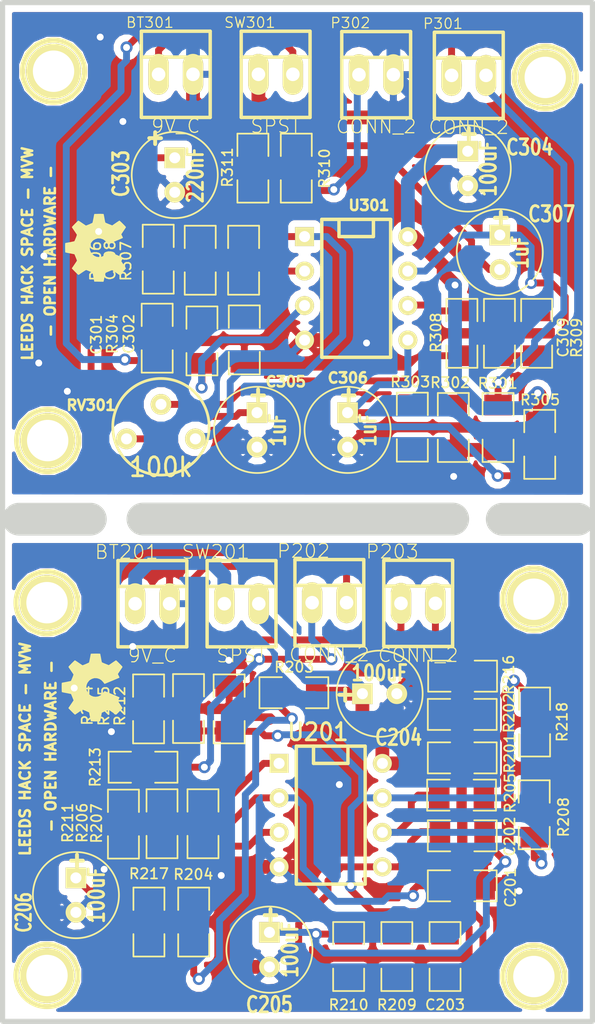
<source format=kicad_pcb>
(kicad_pcb (version 3) (host pcbnew "(2013-07-07 BZR 4022)-stable")
  (title_block (title OscillatorAndDetector))
  (layers (15 Front signal) (0 Back signal) (19 F.Paste user) (21 F.SilkS user) (23 F.Mask user) (28 Edge.Cuts user))
  (net 0 "")
  (net 1 /EMF_Receiver/AMP2_INPUT)
  (net 2 /EMF_Receiver/ANT)
  (net 3 /EMF_Receiver/ANT_RETN)
  (net 4 /EMF_Receiver/PHONO_OUT)
  (net 5 /EMF_Receiver/PREAMP_OUT)
  (net 6 /RelaxationOscillator/IN1+)
  (net 7 /RelaxationOscillator/IN2+)
  (net 8 /RelaxationOscillator/IN2-)
  (net 9 /RelaxationOscillator/SINUSOID)
  (net 10 /RelaxationOscillator/SQUARE)
  (net 11 GND)
  (net 12 N-0000011)
  (net 13 N-0000012)
  (net 14 N-0000018)
  (net 15 N-0000020)
  (net 16 N-0000021)
  (net 17 N-0000022)
  (net 18 N-0000023)
  (net 19 N-0000024)
  (net 20 N-0000026)
  (net 21 N-0000027)
  (net 22 N-0000028)
  (net 23 N-0000029)
  (net 24 N-000003)
  (net 25 N-0000030)
  (net 26 N-000004)
  (net 27 N-000005)
  (net 28 N-000006)
  (net 29 N-000007)
  (net 30 N-000008)
  (net 31 N-000009)
  (net 32 VAA)
  (net 33 VCC)
  (module 1pin (layer Front) (at 145.3896 88.7476)
    (fp_text reference 1PIN hide)
    (fp_text value P*** hide)
    (pad "" thru_hole circle (at 0 0) (size 4.064 4.064) (drill 3.048) (layers *.Cu *.Mask F.SilkS))
  )
  (module SM1206 (layer Front) (at 176.022 109.601)
    (fp_text reference C201 (at 3.556 0.127 90) (layer F.SilkS) (effects (font (size 0.762 0.762) (thickness 0.127))))
    (fp_text value 10n hide)
    (pad 1 smd rect (at -1.651 0) (size 1.524 2.032) (layers Front F.Paste F.Mask) (net 6 /RelaxationOscillator/IN1+))
    (pad 2 smd rect (at 1.651 0) (size 1.524 2.032) (layers Front F.Paste F.Mask) (net 11 GND))
  )
  (module SM1206 (layer Front) (at 167.64 114.808 90)
    (fp_text reference R210 (at -3.556 0 180) (layer F.SilkS) (effects (font (size 0.762 0.762) (thickness 0.127))))
    (fp_text value 6.8k hide)
    (pad 1 smd rect (at -1.651 0 90) (size 1.524 2.032) (layers Front F.Paste F.Mask) (net 8 /RelaxationOscillator/IN2-))
    (pad 2 smd rect (at 1.651 0 90) (size 1.524 2.032) (layers Front F.Paste F.Mask) (net 14 N-0000018))
  )
  (module SM1206 (layer Front) (at 171.196 114.808 270)
    (fp_text reference R209 (at 3.556 0 360) (layer F.SilkS) (effects (font (size 0.762 0.762) (thickness 0.127))))
    (fp_text value 6.8k hide)
    (pad 1 smd rect (at -1.651 0 270) (size 1.524 2.032) (layers Front F.Paste F.Mask) (net 24 N-000003))
    (pad 2 smd rect (at 1.651 0 270) (size 1.524 2.032) (layers Front F.Paste F.Mask) (net 8 /RelaxationOscillator/IN2-))
  )
  (module SM1206 (layer Front) (at 181.3306 104.3686 90)
    (fp_text reference R208 (at -0.1778 2.159 90) (layer F.SilkS) (effects (font (size 0.762 0.762) (thickness 0.127))))
    (fp_text value 20k hide)
    (pad 1 smd rect (at -1.651 0 90) (size 1.524 2.032) (layers Front F.Paste F.Mask) (net 7 /RelaxationOscillator/IN2+))
    (pad 2 smd rect (at 1.651 0 90) (size 1.524 2.032) (layers Front F.Paste F.Mask) (net 30 N-000008))
  )
  (module SM1206 (layer Front) (at 156.8958 105.029 90)
    (fp_text reference R207 (at 0.0254 -7.8486 90) (layer F.SilkS) (effects (font (size 0.762 0.762) (thickness 0.127))))
    (fp_text value 20k hide)
    (pad 1 smd rect (at -1.651 0 90) (size 1.524 2.032) (layers Front F.Paste F.Mask) (net 26 N-000004))
    (pad 2 smd rect (at 1.651 0 90) (size 1.524 2.032) (layers Front F.Paste F.Mask) (net 10 /RelaxationOscillator/SQUARE))
  )
  (module SM1206 (layer Front) (at 153.8732 105.029 90)
    (fp_text reference R206 (at 0.0635 -5.8928 90) (layer F.SilkS) (effects (font (size 0.762 0.762) (thickness 0.127))))
    (fp_text value 20k hide)
    (pad 1 smd rect (at -1.651 0 90) (size 1.524 2.032) (layers Front F.Paste F.Mask) (net 6 /RelaxationOscillator/IN1+))
    (pad 2 smd rect (at 1.651 0 90) (size 1.524 2.032) (layers Front F.Paste F.Mask) (net 10 /RelaxationOscillator/SQUARE))
  )
  (module SM1206 (layer Front) (at 175.9712 102.9208 180)
    (fp_text reference R205 (at -3.5814 0.1524 270) (layer F.SilkS) (effects (font (size 0.762 0.762) (thickness 0.127))))
    (fp_text value 10k hide)
    (pad 1 smd rect (at -1.651 0 180) (size 1.524 2.032) (layers Front F.Paste F.Mask) (net 14 N-0000018))
    (pad 2 smd rect (at 1.651 0 180) (size 1.524 2.032) (layers Front F.Paste F.Mask) (net 7 /RelaxationOscillator/IN2+))
  )
  (module SM1206 (layer Front) (at 156.21 112.268 90)
    (fp_text reference R204 (at 3.5052 -0.0254 180) (layer F.SilkS) (effects (font (size 0.762 0.762) (thickness 0.127))))
    (fp_text value 1k hide)
    (pad 1 smd rect (at -1.651 0 90) (size 1.524 2.032) (layers Front F.Paste F.Mask) (net 31 N-000009))
    (pad 2 smd rect (at 1.651 0 90) (size 1.524 2.032) (layers Front F.Paste F.Mask) (net 11 GND))
  )
  (module SM1206 (layer Front) (at 163.6014 95.377 180)
    (fp_text reference R203 (at -0.0254 1.8796 180) (layer F.SilkS) (effects (font (size 0.762 0.762) (thickness 0.127))))
    (fp_text value 1k hide)
    (pad 1 smd rect (at -1.651 0 180) (size 1.524 2.032) (layers Front F.Paste F.Mask) (net 33 VCC))
    (pad 2 smd rect (at 1.651 0 180) (size 1.524 2.032) (layers Front F.Paste F.Mask) (net 31 N-000009))
  )
  (module SM1206 (layer Front) (at 176.022 96.9772 180)
    (fp_text reference R202 (at -3.4544 0.1016 270) (layer F.SilkS) (effects (font (size 0.762 0.762) (thickness 0.127))))
    (fp_text value 1k hide)
    (pad 1 smd rect (at -1.651 0 180) (size 1.524 2.032) (layers Front F.Paste F.Mask) (net 14 N-0000018))
    (pad 2 smd rect (at 1.651 0 180) (size 1.524 2.032) (layers Front F.Paste F.Mask) (net 11 GND))
  )
  (module SM1206 (layer Front) (at 176.022 100.1776)
    (fp_text reference R201 (at 3.5052 -0.3302 90) (layer F.SilkS) (effects (font (size 0.762 0.762) (thickness 0.127))))
    (fp_text value 1k hide)
    (pad 1 smd rect (at -1.651 0) (size 1.524 2.032) (layers Front F.Paste F.Mask) (net 33 VCC))
    (pad 2 smd rect (at 1.651 0) (size 1.524 2.032) (layers Front F.Paste F.Mask) (net 14 N-0000018))
  )
  (module SM1206 (layer Front) (at 174.752 114.808 90)
    (fp_text reference C203 (at -3.556 0 180) (layer F.SilkS) (effects (font (size 0.762 0.762) (thickness 0.127))))
    (fp_text value 10n hide)
    (pad 1 smd rect (at -1.651 0 90) (size 1.524 2.032) (layers Front F.Paste F.Mask) (net 9 /RelaxationOscillator/SINUSOID))
    (pad 2 smd rect (at 1.651 0 90) (size 1.524 2.032) (layers Front F.Paste F.Mask) (net 24 N-000003))
  )
  (module SM1206 (layer Front) (at 176.022 105.918)
    (fp_text reference C202 (at 3.5052 0.0508 90) (layer F.SilkS) (effects (font (size 0.762 0.762) (thickness 0.127))))
    (fp_text value 10n hide)
    (pad 1 smd rect (at -1.651 0) (size 1.524 2.032) (layers Front F.Paste F.Mask) (net 8 /RelaxationOscillator/IN2-))
    (pad 2 smd rect (at 1.651 0) (size 1.524 2.032) (layers Front F.Paste F.Mask) (net 14 N-0000018))
  )
  (module DIP-8__300 (layer Front) (at 166.3192 104.394 270)
    (fp_text reference U201 (at -6.1214 0.9398 360) (layer F.SilkS) (effects (font (size 1.27 1.143) (thickness 0.2032))))
    (fp_text value TL072 hide)
    (pad 1 thru_hole rect (at -3.81 3.81 270) (size 1.397 1.397) (drill 0.8128) (layers *.Cu *.Mask F.SilkS) (net 10 /RelaxationOscillator/SQUARE))
    (pad 2 thru_hole circle (at -1.27 3.81 270) (size 1.397 1.397) (drill 0.8128) (layers *.Cu *.Mask F.SilkS) (net 6 /RelaxationOscillator/IN1+))
    (pad 3 thru_hole circle (at 1.27 3.81 270) (size 1.397 1.397) (drill 0.8128) (layers *.Cu *.Mask F.SilkS) (net 26 N-000004))
    (pad 4 thru_hole circle (at 3.81 3.81 270) (size 1.397 1.397) (drill 0.8128) (layers *.Cu *.Mask F.SilkS) (net 11 GND))
    (pad 5 thru_hole circle (at 3.81 -3.81 270) (size 1.397 1.397) (drill 0.8128) (layers *.Cu *.Mask F.SilkS) (net 8 /RelaxationOscillator/IN2-))
    (pad 6 thru_hole circle (at 1.27 -3.81 270) (size 1.397 1.397) (drill 0.8128) (layers *.Cu *.Mask F.SilkS) (net 7 /RelaxationOscillator/IN2+))
    (pad 7 thru_hole circle (at -1.27 -3.81 270) (size 1.397 1.397) (drill 0.8128) (layers *.Cu *.Mask F.SilkS) (net 9 /RelaxationOscillator/SINUSOID))
    (pad 8 thru_hole circle (at -3.81 -3.81 270) (size 1.397 1.397) (drill 0.8128) (layers *.Cu *.Mask F.SilkS) (net 33 VCC))
  )
  (module PINHEAD1-2 (layer Front) (at 166.2176 88.7476)
    (fp_text reference P202 (at -1.905 -3.81) (layer F.SilkS) (effects (font (size 1.016 1.016) (thickness 0.0889))))
    (fp_text value CONN_2 (at 0 3.81) (layer F.SilkS) (effects (font (size 1.016 1.016) (thickness 0.0889))))
    (pad 1 thru_hole oval (at -1.27 0) (size 1.50622 3.01498) (drill 0.99822) (layers *.Cu F.Paste F.SilkS F.Mask) (net 13 N-0000012))
    (pad 2 thru_hole oval (at 1.27 0) (size 1.50622 3.01498) (drill 0.99822) (layers *.Cu F.Paste F.SilkS F.Mask) (net 27 N-000005))
  )
  (module PINHEAD1-2 (layer Front) (at 172.7708 88.7984)
    (fp_text reference P203 (at -1.905 -3.81) (layer F.SilkS) (effects (font (size 1.016 1.016) (thickness 0.0889))))
    (fp_text value CONN_2 (at 0 3.81) (layer F.SilkS) (effects (font (size 1.016 1.016) (thickness 0.0889))))
    (pad 1 thru_hole oval (at -1.27 0) (size 1.50622 3.01498) (drill 0.99822) (layers *.Cu F.Paste F.SilkS F.Mask) (net 28 N-000006))
    (pad 2 thru_hole oval (at 1.27 0) (size 1.50622 3.01498) (drill 0.99822) (layers *.Cu F.Paste F.SilkS F.Mask) (net 29 N-000007))
  )
  (module SM1206 (layer Front) (at 151.0284 105.0544 270)
    (fp_text reference R211 (at -0.0889 4.1148 270) (layer F.SilkS) (effects (font (size 0.762 0.762) (thickness 0.127))))
    (fp_text value 2k hide)
    (pad 1 smd rect (at -1.651 0 270) (size 1.524 2.032) (layers Front F.Paste F.Mask) (net 10 /RelaxationOscillator/SQUARE))
    (pad 2 smd rect (at 1.651 0 270) (size 1.524 2.032) (layers Front F.Paste F.Mask) (net 11 GND))
  )
  (module SM1206 (layer Front) (at 153.5938 63.4492 90)
    (fp_text reference R306 (at -0.14224 -4.61772 90) (layer F.SilkS) (effects (font (size 0.762 0.762) (thickness 0.127))))
    (fp_text value 1k hide)
    (pad 1 smd rect (at -1.651 0 90) (size 1.524 2.032) (layers Front F.Paste F.Mask) (net 25 N-0000030))
    (pad 2 smd rect (at 1.651 0 90) (size 1.524 2.032) (layers Front F.Paste F.Mask) (net 19 N-0000024))
  )
  (module SM1206 (layer Front) (at 181.737 77.089 90)
    (fp_text reference R305 (at 3.2766 0.0254 180) (layer F.SilkS) (effects (font (size 0.762 0.762) (thickness 0.127))))
    (fp_text value 1Meg hide)
    (pad 1 smd rect (at -1.651 0 90) (size 1.524 2.032) (layers Front F.Paste F.Mask) (net 20 N-0000026))
    (pad 2 smd rect (at 1.651 0 90) (size 1.524 2.032) (layers Front F.Paste F.Mask) (net 32 VAA))
  )
  (module SM1206 (layer Front) (at 156.8196 69.469 270)
    (fp_text reference R304 (at -0.51308 6.61416 270) (layer F.SilkS) (effects (font (size 0.762 0.762) (thickness 0.127))))
    (fp_text value 4.7k hide)
    (pad 1 smd rect (at -1.651 0 270) (size 1.524 2.032) (layers Front F.Paste F.Mask) (net 18 N-0000023))
    (pad 2 smd rect (at 1.651 0 270) (size 1.524 2.032) (layers Front F.Paste F.Mask) (net 21 N-0000027))
  )
  (module SM1206 (layer Front) (at 172.339 75.819 270)
    (fp_text reference R303 (at -3.3274 0.1524 360) (layer F.SilkS) (effects (font (size 0.762 0.762) (thickness 0.127))))
    (fp_text value 22Meg hide)
    (pad 1 smd rect (at -1.651 0 270) (size 1.524 2.032) (layers Front F.Paste F.Mask) (net 20 N-0000026))
    (pad 2 smd rect (at 1.651 0 270) (size 1.524 2.032) (layers Front F.Paste F.Mask) (net 18 N-0000023))
  )
  (module SM1206 (layer Front) (at 175.3616 75.8444 270)
    (fp_text reference R302 (at -3.302 0.2286 360) (layer F.SilkS) (effects (font (size 0.762 0.762) (thickness 0.127))))
    (fp_text value 1Meg hide)
    (pad 1 smd rect (at -1.651 0 270) (size 1.524 2.032) (layers Front F.Paste F.Mask) (net 20 N-0000026))
    (pad 2 smd rect (at 1.651 0 270) (size 1.524 2.032) (layers Front F.Paste F.Mask) (net 11 GND))
  )
  (module SM1206 (layer Front) (at 178.6636 75.8444 270)
    (fp_text reference R301 (at -3.2512 0.0254 360) (layer F.SilkS) (effects (font (size 0.762 0.762) (thickness 0.127))))
    (fp_text value 0R0 hide)
    (pad 1 smd rect (at -1.651 0 270) (size 1.524 2.032) (layers Front F.Paste F.Mask) (net 3 /EMF_Receiver/ANT_RETN))
    (pad 2 smd rect (at 1.651 0 270) (size 1.524 2.032) (layers Front F.Paste F.Mask) (net 11 GND))
  )
  (module SM1206 (layer Front) (at 176.0474 94.1578 180)
    (fp_text reference R216 (at -3.4036 0.1016 270) (layer F.SilkS) (effects (font (size 0.762 0.762) (thickness 0.127))))
    (fp_text value 2k hide)
    (pad 1 smd rect (at -1.651 0 180) (size 1.524 2.032) (layers Front F.Paste F.Mask) (net 29 N-000007))
    (pad 2 smd rect (at 1.651 0 180) (size 1.524 2.032) (layers Front F.Paste F.Mask) (net 11 GND))
  )
  (module SM1206 (layer Front) (at 155.829 96.5454 90)
    (fp_text reference R215 (at 0.1905 -6.2484 90) (layer F.SilkS) (effects (font (size 0.762 0.762) (thickness 0.127))))
    (fp_text value 10R hide)
    (pad 1 smd rect (at -1.651 0 90) (size 1.524 2.032) (layers Front F.Paste F.Mask) (net 9 /RelaxationOscillator/SINUSOID))
    (pad 2 smd rect (at 1.651 0 90) (size 1.524 2.032) (layers Front F.Paste F.Mask) (net 28 N-000006))
  )
  (module SM1206 (layer Front) (at 152.8826 96.5708 270)
    (fp_text reference R214 (at -0.254 4.5212 270) (layer F.SilkS) (effects (font (size 0.762 0.762) (thickness 0.127))))
    (fp_text value 2k hide)
    (pad 1 smd rect (at -1.651 0 270) (size 1.524 2.032) (layers Front F.Paste F.Mask) (net 27 N-000005))
    (pad 2 smd rect (at 1.651 0 270) (size 1.524 2.032) (layers Front F.Paste F.Mask) (net 11 GND))
  )
  (module SM1206 (layer Front) (at 152.4762 100.8634)
    (fp_text reference R213 (at -3.5306 0 90) (layer F.SilkS) (effects (font (size 0.762 0.762) (thickness 0.127))))
    (fp_text value 10R hide)
    (pad 1 smd rect (at -1.651 0) (size 1.524 2.032) (layers Front F.Paste F.Mask) (net 10 /RelaxationOscillator/SQUARE))
    (pad 2 smd rect (at 1.651 0) (size 1.524 2.032) (layers Front F.Paste F.Mask) (net 13 N-0000012))
  )
  (module SM1206 (layer Front) (at 158.8262 96.5708 90)
    (fp_text reference R212 (at 0.2159 -8.0645 90) (layer F.SilkS) (effects (font (size 0.762 0.762) (thickness 0.127))))
    (fp_text value 2k hide)
    (pad 1 smd rect (at -1.651 0 90) (size 1.524 2.032) (layers Front F.Paste F.Mask) (net 9 /RelaxationOscillator/SINUSOID))
    (pad 2 smd rect (at 1.651 0 90) (size 1.524 2.032) (layers Front F.Paste F.Mask) (net 11 GND))
  )
  (module SM1206 (layer Front) (at 159.893 63.5254 90)
    (fp_text reference R307 (at -0.06604 -8.68172 90) (layer F.SilkS) (effects (font (size 0.762 0.762) (thickness 0.127))))
    (fp_text value 22k hide)
    (pad 1 smd rect (at -1.651 0 90) (size 1.524 2.032) (layers Front F.Paste F.Mask) (net 25 N-0000030))
    (pad 2 smd rect (at 1.651 0 90) (size 1.524 2.032) (layers Front F.Paste F.Mask) (net 5 /EMF_Receiver/PREAMP_OUT))
  )
  (module SM1206 (layer Front) (at 175.9966 68.9102 90)
    (fp_text reference R308 (at 0.0508 -1.905 90) (layer F.SilkS) (effects (font (size 0.762 0.762) (thickness 0.127))))
    (fp_text value 47k hide)
    (pad 1 smd rect (at -1.651 0 90) (size 1.524 2.032) (layers Front F.Paste F.Mask) (net 1 /EMF_Receiver/AMP2_INPUT))
    (pad 2 smd rect (at 1.651 0 90) (size 1.524 2.032) (layers Front F.Paste F.Mask) (net 23 N-0000029))
  )
  (module SM1206 (layer Front) (at 181.5084 68.9102 270)
    (fp_text reference R309 (at 0.3302 -2.9464 270) (layer F.SilkS) (effects (font (size 0.762 0.762) (thickness 0.127))))
    (fp_text value 1Meg hide)
    (pad 1 smd rect (at -1.651 0 270) (size 1.524 2.032) (layers Front F.Paste F.Mask) (net 23 N-0000029))
    (pad 2 smd rect (at 1.651 0 270) (size 1.524 2.032) (layers Front F.Paste F.Mask) (net 17 N-0000022))
  )
  (module SM1206 (layer Front) (at 163.7792 56.7436 270)
    (fp_text reference R310 (at 0.0254 -2.0828 270) (layer F.SilkS) (effects (font (size 0.762 0.762) (thickness 0.127))))
    (fp_text value 100R hide)
    (pad 1 smd rect (at -1.651 0 270) (size 1.524 2.032) (layers Front F.Paste F.Mask) (net 16 N-0000021))
    (pad 2 smd rect (at 1.651 0 270) (size 1.524 2.032) (layers Front F.Paste F.Mask) (net 4 /EMF_Receiver/PHONO_OUT))
  )
  (module SM1206 (layer Front) (at 160.5788 56.7436 90)
    (fp_text reference R311 (at 0.0508 -1.8796 90) (layer F.SilkS) (effects (font (size 0.762 0.762) (thickness 0.127))))
    (fp_text value 1Meg hide)
    (pad 1 smd rect (at -1.651 0 90) (size 1.524 2.032) (layers Front F.Paste F.Mask) (net 4 /EMF_Receiver/PHONO_OUT))
    (pad 2 smd rect (at 1.651 0 90) (size 1.524 2.032) (layers Front F.Paste F.Mask) (net 11 GND))
  )
  (module SM1206 (layer Front) (at 159.9438 69.3928 270)
    (fp_text reference C302 (at -0.43688 8.509 270) (layer F.SilkS) (effects (font (size 0.762 0.762) (thickness 0.127))))
    (fp_text value 4.7pF hide)
    (pad 1 smd rect (at -1.651 0 270) (size 1.524 2.032) (layers Front F.Paste F.Mask) (net 18 N-0000023))
    (pad 2 smd rect (at 1.651 0 270) (size 1.524 2.032) (layers Front F.Paste F.Mask) (net 11 GND))
  )
  (module SM1206 (layer Front) (at 153.5176 69.2658 90)
    (fp_text reference C301 (at 0.254 -4.48564 90) (layer F.SilkS) (effects (font (size 0.762 0.762) (thickness 0.127))))
    (fp_text value 0.01uF hide)
    (pad 1 smd rect (at -1.651 0 90) (size 1.524 2.032) (layers Front F.Paste F.Mask) (net 2 /EMF_Receiver/ANT))
    (pad 2 smd rect (at 1.651 0 90) (size 1.524 2.032) (layers Front F.Paste F.Mask) (net 18 N-0000023))
  )
  (module PINHEAD1-2 (layer Front) (at 153.162 88.8238)
    (fp_text reference BT201 (at -1.905 -3.81) (layer F.SilkS) (effects (font (size 1.016 1.016) (thickness 0.0889))))
    (fp_text value 9V_C (at 0 3.81) (layer F.SilkS) (effects (font (size 1.016 1.016) (thickness 0.0889))))
    (pad 1 thru_hole oval (at -1.27 0) (size 1.50622 3.01498) (drill 0.99822) (layers *.Cu F.Paste F.SilkS F.Mask) (net 12 N-0000011))
    (pad 2 thru_hole oval (at 1.27 0) (size 1.50622 3.01498) (drill 0.99822) (layers *.Cu F.Paste F.SilkS F.Mask) (net 11 GND))
  )
  (module PINHEAD1-2 (layer Front) (at 159.7406 88.8238)
    (fp_text reference SW201 (at -1.905 -3.81) (layer F.SilkS) (effects (font (size 1.016 1.016) (thickness 0.0889))))
    (fp_text value SPST (at 0 3.81) (layer F.SilkS) (effects (font (size 1.016 1.016) (thickness 0.0889))))
    (pad 1 thru_hole oval (at -1.27 0) (size 1.50622 3.01498) (drill 0.99822) (layers *.Cu F.Paste F.SilkS F.Mask) (net 12 N-0000011))
    (pad 2 thru_hole oval (at 1.27 0) (size 1.50622 3.01498) (drill 0.99822) (layers *.Cu F.Paste F.SilkS F.Mask) (net 33 VCC))
  )
  (module PINHEAD1-2 (layer Front) (at 162.2552 49.8348)
    (fp_text reference SW301 (at -1.905 -3.81) (layer F.SilkS) (effects (font (size 0.762 0.762) (thickness 0.0889))))
    (fp_text value SPST (at 0 3.81) (layer F.SilkS) (effects (font (size 1.016 1.016) (thickness 0.0889))))
    (pad 1 thru_hole oval (at -1.27 0) (size 1.50622 3.01498) (drill 0.99822) (layers *.Cu F.Paste F.SilkS F.Mask) (net 32 VAA))
    (pad 2 thru_hole oval (at 1.27 0) (size 1.50622 3.01498) (drill 0.99822) (layers *.Cu F.Paste F.SilkS F.Mask) (net 22 N-0000028))
  )
  (module PINHEAD1-2 (layer Front) (at 176.5046 49.911)
    (fp_text reference P301 (at -1.905 -3.81) (layer F.SilkS) (effects (font (size 0.762 0.762) (thickness 0.0889))))
    (fp_text value CONN_2 (at 0 3.81) (layer F.SilkS) (effects (font (size 1.016 1.016) (thickness 0.0889))))
    (pad 1 thru_hole oval (at -1.27 0) (size 1.50622 3.01498) (drill 0.99822) (layers *.Cu F.Paste F.SilkS F.Mask) (net 2 /EMF_Receiver/ANT))
    (pad 2 thru_hole oval (at 1.27 0) (size 1.50622 3.01498) (drill 0.99822) (layers *.Cu F.Paste F.SilkS F.Mask) (net 3 /EMF_Receiver/ANT_RETN))
  )
  (module PINHEAD1-2 (layer Front) (at 154.8892 49.8348)
    (fp_text reference BT301 (at -1.905 -3.81) (layer F.SilkS) (effects (font (size 0.762 0.762) (thickness 0.0889))))
    (fp_text value 9V_C (at 0 3.81) (layer F.SilkS) (effects (font (size 1.016 1.016) (thickness 0.0889))))
    (pad 1 thru_hole oval (at -1.27 0) (size 1.50622 3.01498) (drill 0.99822) (layers *.Cu F.Paste F.SilkS F.Mask) (net 22 N-0000028))
    (pad 2 thru_hole oval (at 1.27 0) (size 1.50622 3.01498) (drill 0.99822) (layers *.Cu F.Paste F.SilkS F.Mask) (net 11 GND))
  )
  (module DIP-8__300 (layer Front) (at 168.1988 65.5955 270)
    (fp_text reference U301 (at -6.1087 -0.9398 360) (layer F.SilkS) (effects (font (size 0.762 0.762) (thickness 0.1905))))
    (fp_text value TL072 hide)
    (pad 1 thru_hole rect (at -3.81 3.81 270) (size 1.397 1.397) (drill 0.8128) (layers *.Cu *.Mask F.SilkS) (net 5 /EMF_Receiver/PREAMP_OUT))
    (pad 2 thru_hole circle (at -1.27 3.81 270) (size 1.397 1.397) (drill 0.8128) (layers *.Cu *.Mask F.SilkS) (net 25 N-0000030))
    (pad 3 thru_hole circle (at 1.27 3.81 270) (size 1.397 1.397) (drill 0.8128) (layers *.Cu *.Mask F.SilkS) (net 21 N-0000027))
    (pad 4 thru_hole circle (at 3.81 3.81 270) (size 1.397 1.397) (drill 0.8128) (layers *.Cu *.Mask F.SilkS) (net 11 GND))
    (pad 5 thru_hole circle (at 3.81 -3.81 270) (size 1.397 1.397) (drill 0.8128) (layers *.Cu *.Mask F.SilkS) (net 20 N-0000026))
    (pad 6 thru_hole circle (at 1.27 -3.81 270) (size 1.397 1.397) (drill 0.8128) (layers *.Cu *.Mask F.SilkS) (net 23 N-0000029))
    (pad 7 thru_hole circle (at -1.27 -3.81 270) (size 1.397 1.397) (drill 0.8128) (layers *.Cu *.Mask F.SilkS) (net 17 N-0000022))
    (pad 8 thru_hole circle (at -3.81 -3.81 270) (size 1.397 1.397) (drill 0.8128) (layers *.Cu *.Mask F.SilkS) (net 32 VAA))
  )
  (module C1V7 (layer Front) (at 178.7906 62.9412 270)
    (fp_text reference C307 (at -2.81432 -3.82524 360) (layer F.SilkS) (effects (font (size 1.143 0.889) (thickness 0.2032))))
    (fp_text value 1uF (at 0 -1.524 270) (layer F.SilkS) (effects (font (size 1.143 0.889) (thickness 0.2032))))
    (fp_text user + (at -2.54 0 270) (layer F.SilkS) (effects (font (size 1.143 1.143) (thickness 0.28702))))
    (pad 1 thru_hole rect (at -1.27 0 270) (size 1.524 1.524) (drill 0.8128) (layers *.Cu *.Mask F.SilkS) (net 17 N-0000022))
    (pad 2 thru_hole circle (at 1.27 0 270) (size 1.524 1.524) (drill 0.8128) (layers *.Cu *.Mask F.SilkS) (net 16 N-0000021))
  )
  (module C1V7 (layer Front) (at 167.5638 76.0222 270)
    (fp_text reference C306 (at -3.82524 -0.02032 360) (layer F.SilkS) (effects (font (size 0.762 0.762) (thickness 0.1905))))
    (fp_text value 1uF (at 0 -1.524 270) (layer F.SilkS) (effects (font (size 1.143 0.889) (thickness 0.2032))))
    (fp_text user + (at -2.54 0 270) (layer F.SilkS) (effects (font (size 1.143 1.143) (thickness 0.28702))))
    (pad 1 thru_hole rect (at -1.27 0 270) (size 1.524 1.524) (drill 0.8128) (layers *.Cu *.Mask F.SilkS) (net 20 N-0000026))
    (pad 2 thru_hole circle (at 1.27 0 270) (size 1.524 1.524) (drill 0.8128) (layers *.Cu *.Mask F.SilkS) (net 11 GND))
  )
  (module C1V7 (layer Front) (at 160.8836 76.0222 270)
    (fp_text reference C305 (at -3.54584 -2.11836 360) (layer F.SilkS) (effects (font (size 0.762 0.762) (thickness 0.1905))))
    (fp_text value 1uF (at 0 -1.524 270) (layer F.SilkS) (effects (font (size 1.143 0.889) (thickness 0.2032))))
    (fp_text user + (at -2.54 0 270) (layer F.SilkS) (effects (font (size 1.143 1.143) (thickness 0.28702))))
    (pad 1 thru_hole rect (at -1.27 0 270) (size 1.524 1.524) (drill 0.8128) (layers *.Cu *.Mask F.SilkS) (net 15 N-0000020))
    (pad 2 thru_hole circle (at 1.27 0 270) (size 1.524 1.524) (drill 0.8128) (layers *.Cu *.Mask F.SilkS) (net 11 GND))
  )
  (module C1V7 (layer Front) (at 176.4284 56.769 270)
    (fp_text reference C304 (at -1.55956 -4.56692 360) (layer F.SilkS) (effects (font (size 1.143 0.889) (thickness 0.2032))))
    (fp_text value 100uF (at 0 -1.524 270) (layer F.SilkS) (effects (font (size 1.143 0.889) (thickness 0.2032))))
    (fp_text user + (at -2.54 0 270) (layer F.SilkS) (effects (font (size 1.143 1.143) (thickness 0.28702))))
    (pad 1 thru_hole rect (at -1.27 0 270) (size 1.524 1.524) (drill 0.8128) (layers *.Cu *.Mask F.SilkS) (net 32 VAA))
    (pad 2 thru_hole circle (at 1.27 0 270) (size 1.524 1.524) (drill 0.8128) (layers *.Cu *.Mask F.SilkS) (net 11 GND))
  )
  (module C1V7 (layer Front) (at 154.813 57.2516 270)
    (fp_text reference C303 (at -0.1016 3.9624 270) (layer F.SilkS) (effects (font (size 1.143 0.889) (thickness 0.2032))))
    (fp_text value 220nF (at 0 -1.524 270) (layer F.SilkS) (effects (font (size 1.143 0.889) (thickness 0.2032))))
    (fp_text user + (at -2.7178 1.524 270) (layer F.SilkS) (effects (font (size 1.143 1.143) (thickness 0.28702))))
    (pad 1 thru_hole rect (at -1.27 0 270) (size 1.524 1.524) (drill 0.8128) (layers *.Cu *.Mask F.SilkS) (net 19 N-0000024))
    (pad 2 thru_hole circle (at 1.27 0 270) (size 1.524 1.524) (drill 0.8128) (layers *.Cu *.Mask F.SilkS) (net 11 GND))
  )
  (module C1V7 (layer Front) (at 169.926 95.4532)
    (fp_text reference C204 (at 1.397 3.2258) (layer F.SilkS) (effects (font (size 1.143 0.889) (thickness 0.2032))))
    (fp_text value 100uF (at 0 -1.524) (layer F.SilkS) (effects (font (size 1.143 0.889) (thickness 0.2032))))
    (fp_text user + (at -2.54 0) (layer F.SilkS) (effects (font (size 1.143 1.143) (thickness 0.28702))))
    (pad 1 thru_hole rect (at -1.27 0) (size 1.524 1.524) (drill 0.8128) (layers *.Cu *.Mask F.SilkS) (net 33 VCC))
    (pad 2 thru_hole circle (at 1.27 0) (size 1.524 1.524) (drill 0.8128) (layers *.Cu *.Mask F.SilkS) (net 11 GND))
  )
  (module PINHEAD1-2 (layer Front) (at 169.672 49.8602)
    (fp_text reference P302 (at -1.905 -3.81) (layer F.SilkS) (effects (font (size 0.762 0.762) (thickness 0.0889))))
    (fp_text value CONN_2 (at 0 3.81) (layer F.SilkS) (effects (font (size 1.016 1.016) (thickness 0.0889))))
    (pad 1 thru_hole oval (at -1.27 0) (size 1.50622 3.01498) (drill 0.99822) (layers *.Cu F.Paste F.SilkS F.Mask) (net 4 /EMF_Receiver/PHONO_OUT))
    (pad 2 thru_hole oval (at 1.27 0) (size 1.50622 3.01498) (drill 0.99822) (layers *.Cu F.Paste F.SilkS F.Mask) (net 11 GND))
  )
  (module RV2 (layer Front) (at 153.797 75.4126)
    (fp_text reference RV301 (at -5.1562 -1.20396) (layer F.SilkS) (effects (font (size 0.762 0.762) (thickness 0.1905))))
    (fp_text value 100k (at 0 3.3528) (layer F.SilkS) (effects (font (size 1.397 1.27) (thickness 0.2032))))
    (pad 1 thru_hole circle (at -2.54 1.27) (size 1.524 1.524) (drill 0.8128) (layers *.Cu *.Mask F.SilkS) (net 15 N-0000020))
    (pad 2 thru_hole circle (at 0 -1.27) (size 1.524 1.524) (drill 0.8128) (layers *.Cu *.Mask F.SilkS) (net 1 /EMF_Receiver/AMP2_INPUT))
    (pad 3 thru_hole circle (at 2.54 1.27) (size 1.524 1.524) (drill 0.8128) (layers *.Cu *.Mask F.SilkS) (net 5 /EMF_Receiver/PREAMP_OUT))
  )
  (module 1pin (layer Front) (at 181.3052 116.2812)
    (fp_text reference 1PIN hide)
    (fp_text value P*** hide)
    (pad "" thru_hole circle (at 0 0) (size 4.064 4.064) (drill 3.048) (layers *.Cu *.Mask F.SilkS))
  )
  (module 1pin (layer Front) (at 181.3052 88.4936)
    (fp_text reference 1PIN hide)
    (fp_text value P*** hide)
    (pad "" thru_hole circle (at 0 0) (size 4.064 4.064) (drill 3.048) (layers *.Cu *.Mask F.SilkS))
  )
  (module 1pin (layer Front) (at 145.8722 49.6062)
    (fp_text reference 1PIN hide)
    (fp_text value P*** hide)
    (pad "" thru_hole circle (at 0 0) (size 4.064 4.064) (drill 3.048) (layers *.Cu *.Mask F.SilkS))
  )
  (module 1pin (layer Front) (at 145.4404 76.8096)
    (fp_text reference 1PIN hide)
    (fp_text value P*** hide)
    (pad "" thru_hole circle (at 0 0) (size 4.064 4.064) (drill 3.048) (layers *.Cu *.Mask F.SilkS))
  )
  (module 1pin (layer Front) (at 182.1434 50.0634)
    (fp_text reference 1PIN hide)
    (fp_text value P*** hide)
    (pad "" thru_hole circle (at 0 0) (size 4.064 4.064) (drill 3.048) (layers *.Cu *.Mask F.SilkS))
  )
  (module 1pin (layer Front) (at 145.3896 116.205)
    (fp_text reference 1PIN hide)
    (fp_text value P*** hide)
    (pad "" thru_hole circle (at 0 0) (size 4.064 4.064) (drill 3.048) (layers *.Cu *.Mask F.SilkS))
  )
  (module SM1206 (layer Front) (at 156.6926 63.5254 90)
    (fp_text reference C308 (at -0.01016 -6.6548 90) (layer F.SilkS) (effects (font (size 0.762 0.762) (thickness 0.127))))
    (fp_text value 1.5nF hide)
    (pad 1 smd rect (at -1.651 0 90) (size 1.524 2.032) (layers Front F.Paste F.Mask) (net 25 N-0000030))
    (pad 2 smd rect (at 1.651 0 90) (size 1.524 2.032) (layers Front F.Paste F.Mask) (net 5 /EMF_Receiver/PREAMP_OUT))
  )
  (module SM1206 (layer Front) (at 178.7652 68.9102 270)
    (fp_text reference C309 (at 0.3048 -4.699 270) (layer F.SilkS) (effects (font (size 0.762 0.762) (thickness 0.127))))
    (fp_text value 20pF hide)
    (pad 1 smd rect (at -1.651 0 270) (size 1.524 2.032) (layers Front F.Paste F.Mask) (net 23 N-0000029))
    (pad 2 smd rect (at 1.651 0 270) (size 1.524 2.032) (layers Front F.Paste F.Mask) (net 17 N-0000022))
  )
  (module C1V7 (layer Front) (at 161.798 114.3 270)
    (fp_text reference C205 (at 4.064 0 360) (layer F.SilkS) (effects (font (size 1.143 0.889) (thickness 0.2032))))
    (fp_text value 100uF (at 0 -1.524 270) (layer F.SilkS) (effects (font (size 1.143 0.889) (thickness 0.2032))))
    (fp_text user + (at -2.54 0 270) (layer F.SilkS) (effects (font (size 1.143 1.143) (thickness 0.28702))))
    (pad 1 thru_hole rect (at -1.27 0 270) (size 1.524 1.524) (drill 0.8128) (layers *.Cu *.Mask F.SilkS) (net 14 N-0000018))
    (pad 2 thru_hole circle (at 1.27 0 270) (size 1.524 1.524) (drill 0.8128) (layers *.Cu *.Mask F.SilkS) (net 11 GND))
  )
  (module C1V7 (layer Front) (at 147.5232 110.2868 270)
    (fp_text reference C206 (at 1.27 3.8481 270) (layer F.SilkS) (effects (font (size 1.0922 0.762) (thickness 0.1905))))
    (fp_text value 100uF (at 0 -1.524 270) (layer F.SilkS) (effects (font (size 1.143 0.889) (thickness 0.2032))))
    (fp_text user + (at -2.54 0 270) (layer F.SilkS) (effects (font (size 1.143 1.143) (thickness 0.28702))))
    (pad 1 thru_hole rect (at -1.27 0 270) (size 1.524 1.524) (drill 0.8128) (layers *.Cu *.Mask F.SilkS) (net 31 N-000009))
    (pad 2 thru_hole circle (at 1.27 0 270) (size 1.524 1.524) (drill 0.8128) (layers *.Cu *.Mask F.SilkS) (net 11 GND))
  )
  (module SM1206 (layer Front) (at 152.908 112.268 90)
    (fp_text reference R217 (at 3.556 0 180) (layer F.SilkS) (effects (font (size 0.762 0.762) (thickness 0.127))))
    (fp_text value 20k hide)
    (pad 1 smd rect (at -1.651 0 90) (size 1.524 2.032) (layers Front F.Paste F.Mask) (net 31 N-000009))
    (pad 2 smd rect (at 1.651 0 90) (size 1.524 2.032) (layers Front F.Paste F.Mask) (net 26 N-000004))
  )
  (module SM1206 (layer Front) (at 181.356 97.536 90)
    (fp_text reference R218 (at 0 2.032 90) (layer F.SilkS) (effects (font (size 0.762 0.762) (thickness 0.127))))
    (fp_text value 1k hide)
    (pad 1 smd rect (at -1.651 0 90) (size 1.524 2.032) (layers Front F.Paste F.Mask) (net 30 N-000008))
    (pad 2 smd rect (at 1.651 0 90) (size 1.524 2.032) (layers Front F.Paste F.Mask) (net 9 /RelaxationOscillator/SINUSOID))
  )
  (module OSHW-logo_silkscreen-front_5mm (layer Front) (at 148.717 94.996 90)
    (fp_text reference G*** hide)
    (fp_text value OSHW-logo_silkscreen-front_5mm hide)
  )
  (module OSHW-logo_silkscreen-front_5mm (layer Front) (at 148.971 62.611 90)
    (fp_text reference G*** hide)
    (fp_text value OSHW-logo_silkscreen-front_5mm hide)
  )
  (gr_line (start 185.6232 47.34306) (end 185.6232 44.55414) (angle 90) (layer Edge.Cuts) (width 0.381))
  (gr_line (start 142.113 47.33544) (end 142.113 44.56938) (angle 90) (layer Edge.Cuts) (width 0.381))
  (gr_text "- OPEN HARDWARE -" (at 145.669 99.314 90) (layer F.SilkS) (effects (font (size 0.762 0.762) (thickness 0.1905))))
  (gr_text "- OPEN HARDWARE -" (at 145.62328 62.865 90) (layer F.SilkS) (effects (font (size 0.762 0.762) (thickness 0.1905))))
  (gr_text "LEEDS HACK SPACE - MVW" (at 143.94688 63.03264 90) (layer F.SilkS) (effects (font (size 0.762 0.762) (thickness 0.1905))))
  (gr_text "LEEDS HACK SPACE - MVW" (at 143.77924 99.52228 90) (layer F.SilkS) (effects (font (size 0.762 0.762) (thickness 0.1905))))
  (gr_line (start 178.9684 82.6008) (end 184.5691 82.6008) (angle 90) (layer Edge.Cuts) (width 2.413))
  (gr_line (start 148.59 82.59826) (end 143.31696 82.59826) (angle 90) (layer Edge.Cuts) (width 2.413))
  (gr_line (start 152.4635 82.5881) (end 175.3235 82.5881) (angle 90) (layer Edge.Cuts) (width 2.413))
  (gr_line (start 142.1384 119.5832) (end 185.5978 119.5832) (angle 90) (layer Edge.Cuts) (width 0.381))
  (gr_line (start 142.113 47.371) (end 142.113 119.5578) (angle 90) (layer Edge.Cuts) (width 0.381))
  (gr_line (start 185.5978 44.5516) (end 142.1765 44.5516) (angle 90) (layer Edge.Cuts) (width 0.381))
  (gr_line (start 185.6232 119.5578) (end 185.6232 47.371) (angle 90) (layer Edge.Cuts) (width 0.381))
  (segment (start 157.9372 74.1426) (end 158.6484 74.1426) (width 0.508) (layer Front) (net 1))
  (segment (start 174.1678 70.5612) (end 172.3136 72.4154) (width 0.508) (layer Front) (net 1))
  (segment (start 172.3136 72.4154) (end 170.5102 72.4154) (width 0.508) (layer Front) (net 1))
  (segment (start 153.797 74.1426) (end 157.9372 74.1426) (width 0.508) (layer Front) (net 1))
  (segment (start 170.5102 72.4154) (end 168.4528 72.4154) (width 0.508) (layer Front) (net 1))
  (segment (start 174.1678 70.5612) (end 175.9966 70.5612) (width 0.508) (layer Front) (net 1))
  (segment (start 163.4236 72.4154) (end 168.4528 72.4154) (width 0.508) (layer Front) (net 1))
  (segment (start 162.814 73.025) (end 163.4236 72.4154) (width 0.508) (layer Front) (net 1))
  (segment (start 159.766 73.025) (end 162.814 73.025) (width 0.508) (layer Front) (net 1))
  (segment (start 158.6484 74.1426) (end 159.766 73.025) (width 0.508) (layer Front) (net 1))
  (via (at 151.13 70.8406) (size 0.889) (layers Front Back) (net 2))
  (segment (start 146.812 69.6468) (end 146.812 67.5386) (width 0.508) (layer Back) (net 2))
  (segment (start 151.257 47.8536) (end 153.4414 45.6692) (width 0.508) (layer Front) (net 2))
  (segment (start 174.0916 45.6692) (end 174.498 45.6692) (width 0.508) (layer Front) (net 2))
  (via (at 151.257 47.8536) (size 0.889) (layers Front Back) (net 2))
  (segment (start 151.13 70.8406) (end 151.257 70.7136) (width 0.508) (layer Back) (net 2))
  (segment (start 175.2346 46.4058) (end 175.2346 49.911) (width 0.508) (layer Front) (net 2))
  (segment (start 153.5176 70.9168) (end 151.2062 70.9168) (width 0.508) (layer Front) (net 2))
  (segment (start 153.4414 45.6692) (end 174.0916 45.6692) (width 0.508) (layer Front) (net 2))
  (segment (start 174.498 45.6692) (end 175.2346 46.4058) (width 0.508) (layer Front) (net 2))
  (segment (start 150.8506 51.054) (end 146.812 55.0926) (width 0.508) (layer Back) (net 2))
  (segment (start 150.8506 49.2252) (end 150.8506 51.054) (width 0.508) (layer Back) (net 2))
  (segment (start 151.13 70.8406) (end 148.0058 70.8406) (width 0.508) (layer Back) (net 2))
  (segment (start 151.257 47.8536) (end 151.257 48.8188) (width 0.508) (layer Back) (net 2))
  (segment (start 151.2062 70.9168) (end 151.13 70.8406) (width 0.508) (layer Front) (net 2))
  (segment (start 146.812 55.0926) (end 146.812 67.5386) (width 0.508) (layer Back) (net 2))
  (segment (start 151.257 48.8188) (end 150.8506 49.2252) (width 0.508) (layer Back) (net 2))
  (segment (start 148.0058 70.8406) (end 146.812 69.6468) (width 0.508) (layer Back) (net 2))
  (segment (start 178.689 72.517) (end 181.356 69.85) (width 0.508) (layer Back) (net 3))
  (segment (start 177.7746 50.8762) (end 177.7746 49.911) (width 0.508) (layer Back) (net 3))
  (segment (start 181.356 69.5198) (end 181.356 69.5198) (width 0.508) (layer Back) (net 3))
  (segment (start 178.6636 72.5424) (end 178.689 72.517) (width 0.508) (layer Front) (net 3))
  (segment (start 183.515 56.4896) (end 183.515 67.3354) (width 0.508) (layer Back) (net 3))
  (segment (start 182.245 55.3466) (end 177.7746 50.8762) (width 0.508) (layer Back) (net 3))
  (segment (start 181.356 69.5198) (end 181.356 69.4944) (width 0.508) (layer Back) (net 3))
  (segment (start 181.356 69.85) (end 181.356 69.5198) (width 0.508) (layer Back) (net 3))
  (segment (start 178.6636 74.1934) (end 178.6636 72.5424) (width 0.508) (layer Front) (net 3))
  (segment (start 182.372 55.3466) (end 183.515 56.4896) (width 0.508) (layer Back) (net 3))
  (via (at 178.689 72.517) (size 0.889) (layers Front Back) (net 3))
  (segment (start 181.356 69.4944) (end 183.515 67.3354) (width 0.508) (layer Back) (net 3))
  (segment (start 182.245 55.3466) (end 182.372 55.3466) (width 0.508) (layer Back) (net 3))
  (segment (start 168.275 49.9872) (end 168.402 49.8602) (width 0.508) (layer Back) (net 4))
  (segment (start 166.5478 58.3184) (end 168.275 56.5912) (width 0.508) (layer Back) (net 4))
  (segment (start 166.4716 58.3946) (end 166.5478 58.3184) (width 0.508) (layer Front) (net 4))
  (via (at 166.5478 58.3184) (size 0.889) (layers Front Back) (net 4))
  (segment (start 163.7792 58.3946) (end 166.4716 58.3946) (width 0.508) (layer Front) (net 4))
  (segment (start 168.275 56.5912) (end 168.275 49.9872) (width 0.508) (layer Back) (net 4))
  (segment (start 163.7792 58.3946) (end 160.5788 58.3946) (width 0.508) (layer Front) (net 4))
  (segment (start 167.2082 69.088) (end 167.2082 62.9666) (width 0.508) (layer Back) (net 5))
  (segment (start 159.5882 71.7804) (end 164.5158 71.7804) (width 0.508) (layer Back) (net 5))
  (segment (start 164.3888 61.7855) (end 166.0271 61.7855) (width 0.508) (layer Back) (net 5))
  (segment (start 158.9024 75.0062) (end 157.4038 76.5048) (width 0.508) (layer Back) (net 5))
  (segment (start 157.4038 76.5048) (end 156.5148 76.5048) (width 0.508) (layer Back) (net 5))
  (segment (start 158.9024 74.6252) (end 158.9024 75.0062) (width 0.508) (layer Back) (net 5))
  (segment (start 156.5148 76.5048) (end 156.337 76.6826) (width 0.508) (layer Back) (net 5))
  (segment (start 164.3888 61.7855) (end 159.9819 61.7855) (width 0.508) (layer Front) (net 5))
  (segment (start 156.6926 61.8744) (end 159.893 61.8744) (width 0.508) (layer Front) (net 5))
  (segment (start 159.9819 61.7855) (end 159.893 61.8744) (width 0.508) (layer Front) (net 5))
  (segment (start 167.2082 62.9666) (end 166.0271 61.7855) (width 0.508) (layer Back) (net 5))
  (segment (start 158.9024 74.6252) (end 158.9024 72.4662) (width 0.508) (layer Back) (net 5))
  (segment (start 164.5158 71.7804) (end 167.2082 69.088) (width 0.508) (layer Back) (net 5))
  (segment (start 158.9024 72.4662) (end 159.5882 71.7804) (width 0.508) (layer Back) (net 5))
  (segment (start 172.3898 110.3376) (end 172.3898 109.9312) (width 0.508) (layer Front) (net 6))
  (segment (start 172.72 109.601) (end 174.371 109.601) (width 0.508) (layer Front) (net 6))
  (segment (start 172.3898 109.9312) (end 172.72 109.601) (width 0.508) (layer Front) (net 6))
  (segment (start 174.244 108.966) (end 174.371 108.839) (width 0.508) (layer Front) (net 6))
  (segment (start 170.5864 110.3376) (end 170.18 110.744) (width 0.508) (layer Back) (net 6))
  (segment (start 170.18 110.744) (end 166.7256 110.744) (width 0.508) (layer Back) (net 6))
  (segment (start 166.7256 110.744) (end 164.7952 108.8136) (width 0.508) (layer Back) (net 6))
  (segment (start 163.449 103.124) (end 163.7284 103.124) (width 0.508) (layer Back) (net 6))
  (segment (start 163.7284 103.124) (end 164.2872 103.6828) (width 0.508) (layer Back) (net 6))
  (segment (start 164.2872 103.6828) (end 164.2872 108.3056) (width 0.508) (layer Back) (net 6))
  (segment (start 162.5092 103.124) (end 163.449 103.124) (width 0.508) (layer Back) (net 6))
  (via (at 172.3898 110.3376) (size 0.889) (layers Front Back) (net 6))
  (segment (start 164.2872 108.3056) (end 164.7952 108.8136) (width 0.508) (layer Back) (net 6))
  (segment (start 172.3644 110.3122) (end 172.3898 110.3376) (width 0.508) (layer Front) (net 6))
  (segment (start 172.3898 110.3376) (end 170.5864 110.3376) (width 0.508) (layer Back) (net 6))
  (segment (start 153.8732 106.68) (end 153.8732 105.4608) (width 0.508) (layer Front) (net 6))
  (segment (start 160.8074 103.124) (end 162.5092 103.124) (width 0.508) (layer Front) (net 6))
  (segment (start 158.7754 105.156) (end 160.8074 103.124) (width 0.508) (layer Front) (net 6))
  (segment (start 154.178 105.156) (end 158.7754 105.156) (width 0.508) (layer Front) (net 6))
  (segment (start 153.8732 105.4608) (end 154.178 105.156) (width 0.508) (layer Front) (net 6))
  (segment (start 181.3306 107.5436) (end 181.4576 107.5436) (width 0.508) (layer Front) (net 7))
  (segment (start 180.975 106.299) (end 180.34 105.664) (width 0.508) (layer Back) (net 7))
  (segment (start 180.34 105.664) (end 178.7652 105.664) (width 0.508) (layer Back) (net 7))
  (segment (start 170.1292 105.664) (end 178.7652 105.664) (width 0.508) (layer Back) (net 7))
  (segment (start 181.3306 107.5436) (end 181.3306 106.0196) (width 0.508) (layer Front) (net 7))
  (segment (start 181.991 107.315) (end 180.975 106.299) (width 0.508) (layer Back) (net 7))
  (segment (start 181.991 107.823) (end 181.991 107.315) (width 0.508) (layer Back) (net 7))
  (segment (start 181.864 107.95) (end 181.991 107.823) (width 0.508) (layer Back) (net 7))
  (via (at 181.864 107.95) (size 0.889) (layers Front Back) (net 7))
  (segment (start 181.4576 107.5436) (end 181.864 107.95) (width 0.508) (layer Front) (net 7))
  (segment (start 172.2628 104.6734) (end 171.2722 105.664) (width 0.508) (layer Front) (net 7))
  (segment (start 172.2628 103.4288) (end 172.2628 104.6734) (width 0.508) (layer Front) (net 7))
  (segment (start 171.2722 105.664) (end 170.1292 105.664) (width 0.508) (layer Front) (net 7))
  (segment (start 172.7708 102.9208) (end 172.2628 103.4288) (width 0.508) (layer Front) (net 7))
  (segment (start 174.3202 102.9208) (end 172.7708 102.9208) (width 0.508) (layer Front) (net 7))
  (segment (start 163.957 112.395) (end 166.116 110.236) (width 0.508) (layer Front) (net 8))
  (segment (start 163.957 114.935) (end 163.957 112.395) (width 0.508) (layer Front) (net 8))
  (segment (start 167.64 116.459) (end 165.481 116.459) (width 0.508) (layer Front) (net 8))
  (segment (start 167.132 108.204) (end 170.1292 108.204) (width 0.508) (layer Front) (net 8))
  (segment (start 166.116 109.22) (end 167.132 108.204) (width 0.508) (layer Front) (net 8))
  (segment (start 166.116 110.236) (end 166.116 109.22) (width 0.508) (layer Front) (net 8))
  (segment (start 165.481 116.459) (end 163.957 114.935) (width 0.508) (layer Front) (net 8))
  (segment (start 171.196 116.459) (end 167.64 116.459) (width 0.508) (layer Front) (net 8))
  (segment (start 171.3484 108.204) (end 170.1292 108.204) (width 0.508) (layer Front) (net 8))
  (segment (start 172.212 106.3752) (end 172.212 107.3404) (width 0.508) (layer Front) (net 8))
  (segment (start 172.212 107.3404) (end 171.3484 108.204) (width 0.508) (layer Front) (net 8))
  (segment (start 172.974 105.6132) (end 172.212 106.3752) (width 0.508) (layer Front) (net 8))
  (segment (start 174.371 105.6132) (end 172.974 105.6132) (width 0.508) (layer Front) (net 8))
  (segment (start 170.7388 108.204) (end 170.1292 108.204) (width 0.508) (layer Front) (net 8))
  (segment (start 167.7924 109.601) (end 167.7924 109.8804) (width 0.508) (layer Front) (net 9))
  (segment (start 167.8178 103.9114) (end 167.8178 109.5756) (width 0.508) (layer Back) (net 9))
  (segment (start 168.6052 103.124) (end 167.8178 103.9114) (width 0.508) (layer Back) (net 9))
  (segment (start 167.8178 109.5756) (end 167.7924 109.601) (width 0.508) (layer Back) (net 9))
  (via (at 167.7924 109.601) (size 0.889) (layers Front Back) (net 9))
  (segment (start 176.911 116.459) (end 174.752 116.459) (width 0.508) (layer Front) (net 9))
  (segment (start 177.546 115.824) (end 176.911 116.459) (width 0.508) (layer Front) (net 9))
  (segment (start 177.546 112.268) (end 177.546 115.824) (width 0.508) (layer Front) (net 9))
  (segment (start 176.784 111.506) (end 177.546 112.268) (width 0.508) (layer Front) (net 9))
  (segment (start 169.418 111.506) (end 176.784 111.506) (width 0.508) (layer Front) (net 9))
  (segment (start 167.7924 109.8804) (end 169.418 111.506) (width 0.508) (layer Front) (net 9))
  (segment (start 179.578 102.616) (end 179.578 97.282) (width 0.508) (layer Back) (net 9))
  (segment (start 181.229 95.885) (end 179.832 94.488) (width 0.508) (layer Front) (net 9))
  (via (at 179.832 94.488) (size 0.889) (layers Front Back) (net 9))
  (segment (start 179.832 94.488) (end 179.578 94.742) (width 0.508) (layer Back) (net 9))
  (segment (start 179.578 94.742) (end 179.578 97.282) (width 0.508) (layer Back) (net 9))
  (segment (start 181.229 95.885) (end 181.356 95.885) (width 0.508) (layer Front) (net 9))
  (segment (start 179.578 102.616) (end 179.07 103.124) (width 0.508) (layer Back) (net 9))
  (via (at 162.4076 98.552) (size 0.889) (layers Front Back) (net 9))
  (segment (start 162.4838 98.4758) (end 165.7096 98.4758) (width 0.508) (layer Back) (net 9))
  (segment (start 162.4076 98.552) (end 162.4838 98.4758) (width 0.508) (layer Back) (net 9))
  (segment (start 168.6052 103.124) (end 170.1292 103.124) (width 0.508) (layer Back) (net 9))
  (segment (start 179.07 103.124) (end 170.1292 103.124) (width 0.508) (layer Back) (net 9))
  (segment (start 155.829 98.1964) (end 158.8008 98.1964) (width 0.508) (layer Front) (net 9))
  (segment (start 168.6052 101.3714) (end 168.6052 103.124) (width 0.508) (layer Back) (net 9))
  (segment (start 158.8262 98.2218) (end 161.1376 98.2218) (width 0.508) (layer Front) (net 9))
  (segment (start 165.7096 98.4758) (end 168.6052 101.3714) (width 0.508) (layer Back) (net 9))
  (segment (start 158.8008 98.1964) (end 158.8262 98.2218) (width 0.508) (layer Front) (net 9))
  (segment (start 161.1376 98.2218) (end 161.4678 98.552) (width 0.508) (layer Front) (net 9))
  (segment (start 161.4678 98.552) (end 162.4076 98.552) (width 0.508) (layer Front) (net 9))
  (segment (start 158.5722 103.378) (end 156.8958 103.378) (width 0.508) (layer Front) (net 10))
  (segment (start 161.3662 100.584) (end 158.5722 103.378) (width 0.508) (layer Front) (net 10))
  (segment (start 153.8732 103.378) (end 156.8958 103.378) (width 0.508) (layer Front) (net 10))
  (segment (start 151.0284 103.4034) (end 151.0284 101.0666) (width 0.508) (layer Front) (net 10))
  (segment (start 162.5092 100.584) (end 161.3662 100.584) (width 0.508) (layer Front) (net 10))
  (segment (start 151.0284 103.4034) (end 153.8478 103.4034) (width 0.508) (layer Front) (net 10))
  (segment (start 151.0284 101.0666) (end 150.8252 100.8634) (width 0.508) (layer Front) (net 10))
  (segment (start 153.8478 103.4034) (end 153.8732 103.378) (width 0.508) (layer Front) (net 10))
  (segment (start 152.0952 110.871) (end 156.21 110.871) (width 1.016) (layer Back) (net 11))
  (segment (start 149.606 108.3818) (end 152.0952 110.871) (width 1.016) (layer Back) (net 11))
  (segment (start 158.242 108.839) (end 159.3215 109.9185) (width 1.016) (layer Front) (net 11))
  (via (at 158.242 108.839) (size 0.889) (layers Front Back) (net 11))
  (segment (start 156.21 110.871) (end 158.242 108.839) (width 1.016) (layer Back) (net 11))
  (segment (start 171.196 95.4532) (end 171.196 96.52) (width 1.016) (layer Back) (net 11))
  (segment (start 153.797 101.219) (end 153.797 97.917) (width 1.016) (layer Back) (net 11))
  (segment (start 155.448 102.87) (end 153.797 101.219) (width 1.016) (layer Back) (net 11))
  (segment (start 156.972 102.87) (end 155.448 102.87) (width 1.016) (layer Back) (net 11))
  (segment (start 159.258 100.584) (end 156.972 102.87) (width 1.016) (layer Back) (net 11))
  (segment (start 159.258 97.663) (end 159.258 100.584) (width 1.016) (layer Back) (net 11))
  (segment (start 161.163 95.758) (end 159.258 97.663) (width 1.016) (layer Back) (net 11))
  (segment (start 165.1 95.758) (end 161.163 95.758) (width 1.016) (layer Back) (net 11))
  (segment (start 167.132 97.79) (end 165.1 95.758) (width 1.016) (layer Back) (net 11))
  (segment (start 169.926 97.79) (end 167.132 97.79) (width 1.016) (layer Back) (net 11))
  (segment (start 171.196 96.52) (end 169.926 97.79) (width 1.016) (layer Back) (net 11))
  (segment (start 180.213 109.982) (end 179.705 109.474) (width 1.016) (layer Front) (net 11))
  (segment (start 171.196 95.4532) (end 173.5328 95.4532) (width 1.016) (layer Back) (net 11))
  (segment (start 183.6674 109.0422) (end 183.6674 100.6602) (width 1.016) (layer Back) (net 11))
  (segment (start 183.6674 109.0422) (end 182.8038 109.9058) (width 1.016) (layer Back) (net 11))
  (via (at 180.213 109.982) (size 0.889) (layers Front Back) (net 11))
  (segment (start 182.8038 109.9058) (end 180.2892 109.9058) (width 1.016) (layer Back) (net 11))
  (segment (start 180.2892 109.9058) (end 180.213 109.982) (width 1.016) (layer Back) (net 11))
  (segment (start 183.6674 94.0054) (end 183.6674 100.6602) (width 1.016) (layer Back) (net 11))
  (segment (start 182.118 92.456) (end 183.6674 94.0054) (width 1.016) (layer Back) (net 11))
  (segment (start 176.53 92.456) (end 182.118 92.456) (width 1.016) (layer Back) (net 11))
  (segment (start 173.5328 95.4532) (end 176.53 92.456) (width 1.016) (layer Back) (net 11))
  (segment (start 177.8 109.474) (end 177.673 109.601) (width 1.016) (layer Front) (net 11))
  (segment (start 179.705 109.474) (end 177.8 109.474) (width 1.016) (layer Front) (net 11))
  (segment (start 161.798 115.57) (end 159.766 115.57) (width 1.016) (layer Front) (net 11))
  (segment (start 159.258 111.76) (end 158.242 110.744) (width 1.016) (layer Front) (net 11))
  (segment (start 159.258 115.062) (end 159.258 111.76) (width 1.016) (layer Front) (net 11))
  (segment (start 159.766 115.57) (end 159.258 115.062) (width 1.016) (layer Front) (net 11))
  (segment (start 162.5092 108.204) (end 161.036 108.204) (width 1.016) (layer Front) (net 11))
  (segment (start 161.036 108.204) (end 159.3215 109.9185) (width 1.016) (layer Front) (net 11))
  (segment (start 159.3215 109.9185) (end 158.877 110.363) (width 1.016) (layer Front) (net 11))
  (segment (start 158.877 110.363) (end 158.496 110.744) (width 1.016) (layer Front) (net 11))
  (segment (start 158.496 110.744) (end 158.242 110.744) (width 1.016) (layer Front) (net 11))
  (segment (start 156.337 110.744) (end 156.21 110.617) (width 1.016) (layer Front) (net 11))
  (segment (start 158.242 110.744) (end 156.337 110.744) (width 1.016) (layer Front) (net 11))
  (segment (start 167.19296 102.38486) (end 166.9542 102.1461) (width 1.016) (layer Front) (net 11))
  (segment (start 167.19296 105.22204) (end 167.19296 102.38486) (width 1.016) (layer Front) (net 11))
  (segment (start 164.211 108.204) (end 167.19296 105.22204) (width 1.016) (layer Front) (net 11))
  (segment (start 162.5092 108.204) (end 164.211 108.204) (width 1.016) (layer Front) (net 11))
  (segment (start 166.8399 102.0318) (end 166.8399 101.8032) (width 1.016) (layer Back) (net 11))
  (segment (start 166.9542 102.1461) (end 166.8399 102.0318) (width 1.016) (layer Back) (net 11))
  (via (at 166.9542 102.1461) (size 0.889) (layers Front Back) (net 11))
  (segment (start 160.5788 53.3654) (end 159.766 52.5526) (width 1.016) (layer Front) (net 11))
  (segment (start 149.3139 47.0916) (end 149.352 47.1297) (width 1.016) (layer Back) (net 11))
  (segment (start 149.36724 61.24448) (end 149.36724 54.93004) (width 1.016) (layer Back) (net 11))
  (segment (start 150.93188 53.25364) (end 152.54224 53.25364) (width 1.016) (layer Front) (net 11))
  (segment (start 149.31136 63.03264) (end 149.31136 61.52388) (width 1.016) (layer Front) (net 11))
  (segment (start 177.2666 52.8066) (end 173.8884 52.8066) (width 1.016) (layer Back) (net 11))
  (segment (start 150.98776 53.30952) (end 150.93188 53.25364) (width 1.016) (layer Front) (net 11))
  (segment (start 150.9014 53.2892) (end 152.5778 53.2892) (width 1.016) (layer Front) (net 11))
  (segment (start 149.1361 63.2079) (end 149.31136 63.03264) (width 1.016) (layer Front) (net 11))
  (via (at 150.98776 53.30952) (size 0.889) (layers Front Back) (net 11))
  (segment (start 144.8943 61.3791) (end 144.8943 70.9803) (width 1.016) (layer Back) (net 11))
  (via (at 149.1996 61.41212) (size 0.889) (layers Front Back) (net 11))
  (segment (start 149.6187 49.3014) (end 149.6187 47.3964) (width 1.016) (layer Front) (net 11))
  (via (at 149.3139 47.0916) (size 0.889) (layers Front Back) (net 11))
  (segment (start 154.432 91.5924) (end 154.432 88.8238) (width 1.016) (layer Back) (net 11))
  (segment (start 144.8943 61.3791) (end 144.8943 62.9412) (width 1.016) (layer Back) (net 11))
  (segment (start 149.36724 54.93004) (end 150.98776 53.30952) (width 1.016) (layer Back) (net 11))
  (segment (start 176.4284 58.039) (end 177.9016 58.039) (width 1.016) (layer Back) (net 11))
  (segment (start 152.54224 53.25364) (end 152.5778 53.2892) (width 1.016) (layer Front) (net 11))
  (segment (start 145.161 63.2079) (end 149.1361 63.2079) (width 1.016) (layer Front) (net 11))
  (segment (start 178.7144 54.2544) (end 177.2666 52.8066) (width 1.016) (layer Back) (net 11))
  (segment (start 150.9014 50.5841) (end 149.6187 49.3014) (width 1.016) (layer Front) (net 11))
  (segment (start 146.04492 72.38492) (end 145.88744 72.5424) (width 1.016) (layer Front) (net 11))
  (segment (start 149.31136 61.52388) (end 149.1996 61.41212) (width 1.016) (layer Front) (net 11))
  (segment (start 144.8943 70.9803) (end 144.78 71.0946) (width 1.016) (layer Back) (net 11))
  (segment (start 149.352 47.1297) (end 149.352 50.7492) (width 1.016) (layer Back) (net 11))
  (segment (start 155.2956 91.9226) (end 154.7622 91.9226) (width 1.016) (layer Back) (net 11))
  (segment (start 160.8836 77.2922) (end 158.3436 77.2922) (width 1.016) (layer Back) (net 11))
  (segment (start 168.9608 69.6214) (end 164.465 74.1172) (width 1.016) (layer Back) (net 11))
  (via (at 158.8008 92.9894) (size 0.889) (layers Front Back) (net 11))
  (segment (start 149.5806 108.3564) (end 149.5806 98.806) (width 1.016) (layer Back) (net 11))
  (segment (start 149.6187 47.3964) (end 149.3139 47.0916) (width 1.016) (layer Front) (net 11))
  (segment (start 158.8262 94.9198) (end 158.8262 93.0148) (width 1.016) (layer Front) (net 11))
  (segment (start 154.813 53.2892) (end 156.2608 51.8414) (width 1.016) (layer Front) (net 11))
  (segment (start 149.5806 98.806) (end 150.1394 98.2472) (width 1.016) (layer Back) (net 11))
  (segment (start 149.7838 108.204) (end 149.606 108.3818) (width 1.016) (layer Back) (net 11))
  (segment (start 149.352 50.7492) (end 148.8948 51.2064) (width 1.016) (layer Back) (net 11))
  (segment (start 148.8948 51.2064) (end 148.8948 51.3588) (width 1.016) (layer Back) (net 11))
  (segment (start 148.8948 51.3588) (end 144.8943 55.3593) (width 1.016) (layer Back) (net 11))
  (segment (start 144.8943 55.3593) (end 144.8943 61.3791) (width 1.016) (layer Back) (net 11))
  (segment (start 145.8849 72.5424) (end 145.8849 72.2249) (width 1.016) (layer Front) (net 11))
  (segment (start 146.04492 72.35952) (end 146.04492 72.38492) (width 1.016) (layer Front) (net 11))
  (segment (start 149.1996 61.41212) (end 149.36724 61.24448) (width 1.016) (layer Back) (net 11))
  (segment (start 145.0086 63.3603) (end 145.0086 64.008) (width 1.016) (layer Front) (net 11))
  (segment (start 144.78 71.0946) (end 146.04492 72.35952) (width 1.016) (layer Front) (net 11))
  (segment (start 150.6728 78.7146) (end 150.2664 78.7146) (width 1.016) (layer Back) (net 11))
  (segment (start 160.5788 55.0926) (end 160.5788 53.3654) (width 1.016) (layer Front) (net 11))
  (segment (start 152.5778 53.2892) (end 154.813 53.2892) (width 1.016) (layer Front) (net 11))
  (segment (start 175.3616 77.4954) (end 175.3616 79.4258) (width 1.016) (layer Front) (net 11))
  (segment (start 156.2354 58.5216) (end 157.4292 57.3278) (width 1.016) (layer Front) (net 11))
  (segment (start 164.465 75.2856) (end 164.465 74.1172) (width 1.016) (layer Back) (net 11))
  (via (at 168.9608 69.6214) (size 0.889) (layers Front Back) (net 11))
  (segment (start 170.942 47.5996) (end 170.434 47.0916) (width 1.016) (layer Back) (net 11))
  (via (at 149.606 108.3818) (size 0.889) (layers Front Back) (net 11))
  (segment (start 174.3964 94.1578) (end 174.3964 96.9518) (width 1.016) (layer Front) (net 11))
  (segment (start 162.433 77.2922) (end 165.1 77.2922) (width 1.016) (layer Back) (net 11))
  (segment (start 150.2664 78.7146) (end 149.1234 77.5716) (width 1.016) (layer Back) (net 11))
  (segment (start 170.942 49.8602) (end 170.942 47.5996) (width 1.016) (layer Back) (net 11))
  (segment (start 156.972 52.5526) (end 156.2608 51.8414) (width 1.016) (layer Front) (net 11))
  (segment (start 165.1 77.2922) (end 165.8366 77.2922) (width 1.016) (layer Back) (net 11))
  (via (at 146.8882 73.1774) (size 0.889) (layers Front Back) (net 11))
  (segment (start 149.606 108.3818) (end 149.5806 108.3564) (width 1.016) (layer Back) (net 11))
  (segment (start 145.161 63.2079) (end 145.0086 63.3603) (width 1.016) (layer Front) (net 11))
  (via (at 145.161 63.2079) (size 0.889) (layers Front Back) (net 11))
  (segment (start 144.8943 62.9412) (end 145.161 63.2079) (width 1.016) (layer Back) (net 11))
  (segment (start 150.9014 53.2892) (end 150.9014 50.5841) (width 1.016) (layer Front) (net 11))
  (segment (start 173.1391 52.0573) (end 170.942 49.8602) (width 1.016) (layer Back) (net 11))
  (segment (start 145.7198 111.5568) (end 145.1864 111.0234) (width 1.016) (layer Back) (net 11))
  (segment (start 168.9608 58.8264) (end 168.9608 60.8584) (width 1.016) (layer Back) (net 11))
  (segment (start 145.88744 72.5424) (end 145.8849 72.5424) (width 1.016) (layer Front) (net 11))
  (segment (start 158.8262 93.0148) (end 158.8008 92.9894) (width 1.016) (layer Front) (net 11))
  (via (at 144.78 71.0946) (size 0.889) (layers Front Back) (net 11))
  (segment (start 164.465 75.9206) (end 164.465 76.6318) (width 1.016) (layer Back) (net 11))
  (segment (start 151.0284 106.7054) (end 151.0284 106.9594) (width 1.016) (layer Front) (net 11))
  (segment (start 158.8008 92.9894) (end 155.9306 95.8596) (width 1.016) (layer Back) (net 11))
  (segment (start 155.8544 95.8596) (end 153.797 97.917) (width 1.016) (layer Back) (net 11))
  (segment (start 155.9306 95.8596) (end 155.8544 95.8596) (width 1.016) (layer Back) (net 11))
  (segment (start 162.433 77.2922) (end 162.4584 77.2922) (width 1.016) (layer Back) (net 11))
  (via (at 147.3962 95.0341) (size 0.889) (layers Front Back) (net 11))
  (segment (start 158.8008 92.6592) (end 158.0642 91.9226) (width 1.016) (layer Back) (net 11))
  (segment (start 150.1648 98.2218) (end 152.8826 98.2218) (width 1.016) (layer Front) (net 11))
  (segment (start 159.766 52.5526) (end 156.972 52.5526) (width 1.016) (layer Front) (net 11))
  (segment (start 158.8008 92.9894) (end 158.8008 92.6592) (width 1.016) (layer Back) (net 11))
  (segment (start 162.6362 71.0438) (end 164.2745 69.4055) (width 1.016) (layer Front) (net 11))
  (segment (start 173.1391 52.0573) (end 173.1391 53.0733) (width 1.016) (layer Back) (net 11))
  (segment (start 151.1427 91.9734) (end 151.7142 91.9734) (width 1.016) (layer Front) (net 11))
  (segment (start 157.4292 57.3278) (end 157.4292 56.2102) (width 1.016) (layer Front) (net 11))
  (segment (start 164.465 76.6572) (end 164.465 76.6318) (width 1.016) (layer Back) (net 11))
  (segment (start 173.228 77.2922) (end 167.5638 77.2922) (width 1.016) (layer Back) (net 11))
  (segment (start 158.0642 91.9226) (end 155.2956 91.9226) (width 1.016) (layer Back) (net 11))
  (segment (start 148.2344 96.266) (end 147.2184 96.266) (width 1.016) (layer Back) (net 11))
  (segment (start 164.465 75.2856) (end 164.465 75.9206) (width 1.016) (layer Back) (net 11))
  (segment (start 171.069 49.9872) (end 170.942 49.8602) (width 1.016) (layer Back) (net 11))
  (segment (start 146.8374 73.1774) (end 146.8882 73.1774) (width 1.016) (layer Front) (net 11))
  (segment (start 174.3964 96.9518) (end 174.371 96.9772) (width 1.016) (layer Front) (net 11))
  (segment (start 146.0754 96.266) (end 145.1864 97.155) (width 1.016) (layer Back) (net 11))
  (segment (start 145.1864 97.155) (end 145.1864 103.2002) (width 1.016) (layer Back) (net 11))
  (segment (start 150.1394 98.2472) (end 150.1394 98.171) (width 1.016) (layer Back) (net 11))
  (segment (start 155.2956 91.9353) (end 155.2956 91.9226) (width 1.016) (layer Back) (net 11))
  (segment (start 147.2184 96.266) (end 147.2184 95.2119) (width 1.016) (layer Back) (net 11))
  (segment (start 154.7622 91.9226) (end 154.432 91.5924) (width 1.016) (layer Back) (net 11))
  (segment (start 149.6822 93.4339) (end 151.1427 91.9734) (width 1.016) (layer Front) (net 11))
  (via (at 150.1394 98.2472) (size 0.889) (layers Front Back) (net 11))
  (segment (start 150.1394 98.171) (end 148.2344 96.266) (width 1.016) (layer Back) (net 11))
  (segment (start 147.3962 95.0341) (end 148.9964 93.4339) (width 1.016) (layer Front) (net 11))
  (segment (start 148.9964 93.4339) (end 149.6822 93.4339) (width 1.016) (layer Front) (net 11))
  (segment (start 147.2184 96.266) (end 146.0754 96.266) (width 1.016) (layer Back) (net 11))
  (segment (start 147.2184 95.2119) (end 147.3962 95.0341) (width 1.016) (layer Back) (net 11))
  (segment (start 158.5468 55.0926) (end 160.5788 55.0926) (width 1.016) (layer Front) (net 11))
  (segment (start 149.1234 75.4126) (end 149.1234 77.5716) (width 1.016) (layer Back) (net 11))
  (segment (start 155.2829 91.9226) (end 155.2956 91.9353) (width 1.016) (layer Back) (net 11))
  (segment (start 151.765 91.9226) (end 155.2829 91.9226) (width 1.016) (layer Back) (net 11))
  (segment (start 151.7142 91.9734) (end 151.765 91.9226) (width 1.016) (layer Back) (net 11))
  (via (at 151.7142 91.9734) (size 0.889) (layers Front Back) (net 11))
  (segment (start 156.2608 51.8414) (end 156.1592 51.7398) (width 1.016) (layer Front) (net 11))
  (segment (start 159.9438 71.0438) (end 162.6362 71.0438) (width 1.016) (layer Front) (net 11))
  (segment (start 172.4914 94.1578) (end 171.196 95.4532) (width 1.016) (layer Front) (net 11))
  (via (at 175.387 79.4512) (size 0.889) (layers Front Back) (net 11))
  (segment (start 150.1394 98.2472) (end 150.1648 98.2218) (width 1.016) (layer Front) (net 11))
  (segment (start 164.2745 69.4055) (end 164.3888 69.4055) (width 1.016) (layer Front) (net 11))
  (segment (start 145.7198 111.5568) (end 147.5232 111.5568) (width 1.016) (layer Back) (net 11))
  (segment (start 170.434 47.0916) (end 156.5402 47.0916) (width 1.016) (layer Back) (net 11))
  (segment (start 170.2308 55.9816) (end 170.2308 57.5564) (width 1.016) (layer Back) (net 11))
  (segment (start 174.3964 94.1578) (end 172.4914 94.1578) (width 1.016) (layer Front) (net 11))
  (segment (start 156.1592 51.7398) (end 156.1592 49.8348) (width 1.016) (layer Front) (net 11))
  (segment (start 168.9608 60.8584) (end 168.9608 69.6214) (width 1.016) (layer Back) (net 11))
  (segment (start 177.9016 58.039) (end 178.7144 57.2262) (width 1.016) (layer Back) (net 11))
  (segment (start 154.813 58.5216) (end 156.2354 58.5216) (width 1.016) (layer Front) (net 11))
  (segment (start 165.8366 77.2922) (end 167.5638 77.2922) (width 1.016) (layer Back) (net 11))
  (segment (start 173.1391 53.0733) (end 170.2308 55.9816) (width 1.016) (layer Back) (net 11))
  (segment (start 145.8849 72.2249) (end 146.8374 73.1774) (width 1.016) (layer Front) (net 11))
  (segment (start 164.465 76.6318) (end 164.465 76.6572) (width 1.016) (layer Back) (net 11))
  (segment (start 164.3888 69.4055) (end 168.7449 69.4055) (width 1.016) (layer Front) (net 11))
  (segment (start 170.2308 57.5564) (end 168.9608 58.8264) (width 1.016) (layer Back) (net 11))
  (segment (start 178.6636 77.4954) (end 175.3616 77.4954) (width 1.016) (layer Front) (net 11))
  (segment (start 156.9212 78.7146) (end 150.6728 78.7146) (width 1.016) (layer Back) (net 11))
  (segment (start 153.797 97.917) (end 153.4668 98.2472) (width 1.016) (layer Back) (net 11))
  (segment (start 153.4668 98.2472) (end 150.1394 98.2472) (width 1.016) (layer Back) (net 11))
  (segment (start 165.1 77.2922) (end 164.465 76.6572) (width 1.016) (layer Back) (net 11))
  (segment (start 175.3616 79.4258) (end 175.387 79.4512) (width 1.016) (layer Front) (net 11))
  (segment (start 145.1864 111.0234) (end 145.1864 103.2002) (width 1.016) (layer Back) (net 11))
  (segment (start 158.3436 77.2922) (end 156.9212 78.7146) (width 1.016) (layer Back) (net 11))
  (segment (start 175.387 79.4512) (end 173.228 77.2922) (width 1.016) (layer Back) (net 11))
  (segment (start 160.8836 77.2922) (end 162.433 77.2922) (width 1.016) (layer Back) (net 11))
  (segment (start 178.7144 57.2262) (end 178.7144 54.2544) (width 1.016) (layer Back) (net 11))
  (segment (start 157.4292 56.2102) (end 158.5468 55.0926) (width 1.016) (layer Front) (net 11))
  (segment (start 168.7449 69.4055) (end 168.9608 69.6214) (width 1.016) (layer Front) (net 11))
  (segment (start 156.1592 47.4726) (end 156.1592 49.8348) (width 1.016) (layer Back) (net 11))
  (segment (start 156.5402 47.0916) (end 156.1592 47.4726) (width 1.016) (layer Back) (net 11))
  (segment (start 168.9608 69.6214) (end 168.9608 69.6468) (width 1.016) (layer Back) (net 11))
  (segment (start 173.8884 52.8066) (end 173.1391 52.0573) (width 1.016) (layer Back) (net 11))
  (segment (start 151.0284 106.9594) (end 149.606 108.3818) (width 1.016) (layer Front) (net 11))
  (segment (start 146.8882 73.1774) (end 149.1234 75.4126) (width 1.016) (layer Back) (net 11))
  (segment (start 158.4706 86.741) (end 157.5562 85.8266) (width 1.016) (layer Back) (net 12))
  (segment (start 151.892 86.8172) (end 151.892 88.8238) (width 1.016) (layer Back) (net 12))
  (segment (start 157.5562 85.8266) (end 152.8826 85.8266) (width 1.016) (layer Back) (net 12))
  (segment (start 158.4706 88.8238) (end 158.4706 86.741) (width 1.016) (layer Back) (net 12))
  (segment (start 152.8826 85.8266) (end 151.892 86.8172) (width 1.016) (layer Back) (net 12))
  (segment (start 154.1272 100.8634) (end 157.099 100.8634) (width 0.508) (layer Front) (net 13))
  (via (at 156.9974 100.8634) (size 0.889) (layers Front Back) (net 13))
  (segment (start 157.4546 100.3554) (end 157.4546 96.4946) (width 0.508) (layer Back) (net 13))
  (segment (start 164.9222 91.4654) (end 164.9222 88.773) (width 0.508) (layer Back) (net 13))
  (segment (start 166.37 92.9132) (end 164.9222 91.4654) (width 0.508) (layer Back) (net 13))
  (segment (start 157.099 100.8634) (end 156.9974 100.8634) (width 0.508) (layer Front) (net 13))
  (via (at 161.036 92.9132) (size 0.889) (layers Front Back) (net 13))
  (segment (start 164.9222 88.773) (end 164.9476 88.7476) (width 0.508) (layer Back) (net 13))
  (segment (start 157.4546 96.4946) (end 161.036 92.9132) (width 0.508) (layer Back) (net 13))
  (segment (start 157.4292 100.4316) (end 157.3784 100.4316) (width 0.508) (layer Back) (net 13))
  (segment (start 156.9974 100.8634) (end 157.4292 100.4316) (width 0.508) (layer Back) (net 13))
  (segment (start 157.3784 100.4316) (end 157.4546 100.3554) (width 0.508) (layer Back) (net 13))
  (segment (start 161.036 92.9132) (end 166.37 92.9132) (width 0.508) (layer Front) (net 13))
  (via (at 166.37 92.9132) (size 0.889) (layers Front Back) (net 13))
  (segment (start 161.036 92.9132) (end 161.1122 92.837) (width 0.508) (layer Front) (net 13))
  (segment (start 165.227 113.157) (end 165.227 113.919) (width 0.508) (layer Back) (net 14))
  (segment (start 177.673 106.299) (end 177.673 105.918) (width 0.508) (layer Front) (net 14))
  (segment (start 179.197 107.823) (end 177.673 106.299) (width 0.508) (layer Front) (net 14))
  (via (at 179.197 107.823) (size 0.889) (layers Front Back) (net 14))
  (segment (start 177.8 109.22) (end 179.197 107.823) (width 0.508) (layer Back) (net 14))
  (segment (start 177.8 112.522) (end 177.8 109.22) (width 0.508) (layer Back) (net 14))
  (segment (start 175.768 114.554) (end 177.8 112.522) (width 0.508) (layer Back) (net 14))
  (segment (start 165.862 114.554) (end 175.768 114.554) (width 0.508) (layer Back) (net 14))
  (segment (start 165.227 113.919) (end 165.862 114.554) (width 0.508) (layer Back) (net 14))
  (segment (start 167.64 113.157) (end 165.354 113.157) (width 0.508) (layer Front) (net 14))
  (segment (start 165.1 113.03) (end 161.798 113.03) (width 0.508) (layer Back) (net 14))
  (segment (start 165.227 113.157) (end 165.1 113.03) (width 0.508) (layer Back) (net 14))
  (via (at 165.227 113.157) (size 0.889) (layers Front Back) (net 14))
  (segment (start 165.354 113.157) (end 165.227 113.157) (width 0.508) (layer Front) (net 14))
  (segment (start 177.6222 102.9208) (end 177.6222 105.5624) (width 0.508) (layer Front) (net 14))
  (segment (start 177.6222 105.5624) (end 177.673 105.6132) (width 0.508) (layer Front) (net 14))
  (segment (start 177.6222 102.9208) (end 177.6222 100.2284) (width 0.508) (layer Front) (net 14))
  (segment (start 161.925 113.157) (end 161.798 113.03) (width 0.508) (layer Front) (net 14))
  (segment (start 177.6222 100.2284) (end 177.673 100.1776) (width 0.508) (layer Front) (net 14))
  (segment (start 177.673 96.9772) (end 177.673 100.1776) (width 0.508) (layer Front) (net 14))
  (segment (start 177.6222 100.2284) (end 177.673 100.1776) (width 0.508) (layer Front) (net 14))
  (segment (start 177.673 100.1776) (end 177.6222 100.2284) (width 0.508) (layer Front) (net 14))
  (segment (start 153.7462 76.6826) (end 151.257 76.6826) (width 0.508) (layer Front) (net 15))
  (segment (start 155.3972 75.0316) (end 153.7462 76.6826) (width 0.508) (layer Front) (net 15))
  (segment (start 159.5882 74.7522) (end 159.3088 75.0316) (width 0.508) (layer Front) (net 15))
  (segment (start 160.8836 74.7522) (end 159.5882 74.7522) (width 0.508) (layer Front) (net 15))
  (segment (start 159.3088 75.0316) (end 155.3972 75.0316) (width 0.508) (layer Front) (net 15))
  (segment (start 178.0286 64.2112) (end 176.7078 62.8904) (width 0.508) (layer Front) (net 16))
  (segment (start 176.7078 62.103) (end 173.8122 59.2074) (width 0.508) (layer Front) (net 16))
  (segment (start 173.8122 59.2074) (end 169.6974 55.0926) (width 0.508) (layer Front) (net 16))
  (segment (start 169.6974 55.0926) (end 163.7792 55.0926) (width 0.508) (layer Front) (net 16))
  (segment (start 176.7078 62.8904) (end 176.7078 62.103) (width 0.508) (layer Front) (net 16))
  (segment (start 178.7906 64.2112) (end 178.0286 64.2112) (width 0.508) (layer Front) (net 16))
  (segment (start 183.1086 70.5612) (end 183.6166 70.0532) (width 0.508) (layer Front) (net 17))
  (segment (start 181.5084 70.5612) (end 183.1086 70.5612) (width 0.508) (layer Front) (net 17))
  (segment (start 178.7652 70.5612) (end 181.5084 70.5612) (width 0.508) (layer Front) (net 17))
  (segment (start 182.6006 65.2018) (end 181.102 65.2018) (width 0.508) (layer Front) (net 17))
  (segment (start 180.213 61.6712) (end 181.102 62.5602) (width 0.508) (layer Back) (net 17))
  (segment (start 183.6166 70.0532) (end 183.6166 66.2178) (width 0.508) (layer Front) (net 17))
  (segment (start 181.102 62.5602) (end 181.102 65.2018) (width 0.508) (layer Back) (net 17))
  (segment (start 175.9458 61.6712) (end 178.7906 61.6712) (width 0.508) (layer Back) (net 17))
  (segment (start 180.213 61.6712) (end 178.7906 61.6712) (width 0.508) (layer Back) (net 17))
  (segment (start 172.0088 64.3255) (end 173.2915 64.3255) (width 0.508) (layer Back) (net 17))
  (segment (start 183.6166 66.2178) (end 182.6006 65.2018) (width 0.508) (layer Front) (net 17))
  (segment (start 173.2915 64.3255) (end 175.9458 61.6712) (width 0.508) (layer Back) (net 17))
  (via (at 181.102 65.2018) (size 0.889) (layers Front Back) (net 17))
  (segment (start 172.339 77.47) (end 172.085 77.47) (width 0.508) (layer Front) (net 18))
  (segment (start 156.5148 79.2988) (end 151.4602 79.2988) (width 0.508) (layer Front) (net 18))
  (segment (start 149.8854 67.6148) (end 151.1808 67.6148) (width 0.508) (layer Front) (net 18))
  (segment (start 149.3266 75.4126) (end 148.6408 74.7268) (width 0.508) (layer Front) (net 18))
  (segment (start 156.7942 79.0194) (end 156.5148 79.2988) (width 0.508) (layer Front) (net 18))
  (segment (start 168.7322 79.0194) (end 158.8516 79.0194) (width 0.508) (layer Front) (net 18))
  (segment (start 170.561 79.0194) (end 168.7322 79.0194) (width 0.508) (layer Front) (net 18))
  (segment (start 151.1808 67.6148) (end 153.5176 67.6148) (width 0.508) (layer Front) (net 18))
  (segment (start 158.8516 79.0194) (end 156.7942 79.0194) (width 0.508) (layer Front) (net 18))
  (segment (start 149.3266 77.1652) (end 149.3266 75.4126) (width 0.508) (layer Front) (net 18))
  (segment (start 170.7134 78.867) (end 170.561 79.0194) (width 0.508) (layer Front) (net 18))
  (segment (start 151.4602 79.2988) (end 149.3266 77.1652) (width 0.508) (layer Front) (net 18))
  (segment (start 148.6408 74.7268) (end 148.6408 68.8594) (width 0.508) (layer Front) (net 18))
  (segment (start 148.6408 68.8594) (end 149.8854 67.6148) (width 0.508) (layer Front) (net 18))
  (segment (start 170.7134 78.8416) (end 170.7134 78.867) (width 0.508) (layer Front) (net 18))
  (segment (start 172.085 77.47) (end 170.7134 78.8416) (width 0.508) (layer Front) (net 18))
  (segment (start 153.5176 67.6148) (end 156.6164 67.6148) (width 0.508) (layer Front) (net 18))
  (segment (start 156.8958 67.7418) (end 156.8196 67.818) (width 0.508) (layer Front) (net 18))
  (segment (start 156.6164 67.6148) (end 156.8196 67.818) (width 0.508) (layer Front) (net 18))
  (segment (start 159.9438 67.7418) (end 156.8958 67.7418) (width 0.508) (layer Front) (net 18))
  (segment (start 153.5938 60.5536) (end 153.5684 60.5536) (width 0.508) (layer Front) (net 19))
  (segment (start 154.7622 56.0324) (end 154.813 55.9816) (width 0.508) (layer Front) (net 19))
  (segment (start 153.5938 61.7982) (end 153.5938 60.5536) (width 0.508) (layer Front) (net 19))
  (segment (start 152.0444 56.4642) (end 152.527 55.9816) (width 0.508) (layer Front) (net 19))
  (segment (start 152.0444 59.0296) (end 152.0444 56.9468) (width 0.508) (layer Front) (net 19))
  (segment (start 152.0444 56.9468) (end 152.0444 56.4642) (width 0.508) (layer Front) (net 19))
  (segment (start 153.5684 60.5536) (end 152.0444 59.0296) (width 0.508) (layer Front) (net 19))
  (segment (start 152.527 55.9816) (end 154.813 55.9816) (width 0.508) (layer Front) (net 19))
  (segment (start 170.1165 74.2315) (end 172.2755 74.2315) (width 0.508) (layer Front) (net 20))
  (segment (start 172.2755 74.2315) (end 172.339 74.168) (width 0.508) (layer Front) (net 20))
  (segment (start 175.3616 74.1934) (end 172.3644 74.1934) (width 0.508) (layer Front) (net 20))
  (segment (start 172.3644 74.1934) (end 172.339 74.168) (width 0.508) (layer Front) (net 20))
  (segment (start 168.6052 75.7936) (end 167.5638 74.7522) (width 0.508) (layer Back) (net 20))
  (segment (start 169.5958 74.7522) (end 167.5638 74.7522) (width 0.508) (layer Front) (net 20))
  (segment (start 178.6382 79.4004) (end 175.0314 75.7936) (width 0.508) (layer Back) (net 20))
  (segment (start 167.767 74.7522) (end 169.8244 72.6948) (width 0.508) (layer Back) (net 20))
  (segment (start 172.0342 69.4309) (end 172.0088 69.4055) (width 0.508) (layer Front) (net 20))
  (segment (start 170.1292 74.2188) (end 170.1165 74.2315) (width 0.508) (layer Front) (net 20))
  (segment (start 170.1165 74.2315) (end 169.5958 74.7522) (width 0.508) (layer Front) (net 20))
  (segment (start 181.737 78.74) (end 181.5084 78.74) (width 0.508) (layer Front) (net 20))
  (segment (start 181.737 78.74) (end 181.3814 78.74) (width 0.508) (layer Front) (net 20))
  (via (at 178.6382 79.4004) (size 0.889) (layers Front Back) (net 20))
  (segment (start 181.3814 78.74) (end 180.721 79.4004) (width 0.508) (layer Front) (net 20))
  (segment (start 172.0596 74.1934) (end 172.0342 74.2188) (width 0.508) (layer Front) (net 20))
  (segment (start 167.5638 74.7522) (end 167.767 74.7522) (width 0.508) (layer Back) (net 20))
  (segment (start 180.721 79.4004) (end 178.6382 79.4004) (width 0.508) (layer Front) (net 20))
  (segment (start 169.8244 72.6948) (end 172.0342 72.6948) (width 0.508) (layer Back) (net 20))
  (segment (start 172.0342 72.6948) (end 172.0088 72.6694) (width 0.508) (layer Back) (net 20))
  (segment (start 172.0088 72.6694) (end 172.0088 69.4055) (width 0.508) (layer Back) (net 20))
  (segment (start 175.0314 75.7936) (end 168.6052 75.7936) (width 0.508) (layer Back) (net 20))
  (segment (start 164.3507 66.8655) (end 161.8234 69.3928) (width 0.508) (layer Back) (net 21))
  (segment (start 164.3507 66.8655) (end 164.3888 66.8655) (width 0.508) (layer Back) (net 21))
  (segment (start 158.2674 69.3928) (end 156.7942 70.866) (width 0.508) (layer Back) (net 21))
  (segment (start 156.7942 72.898) (end 156.7942 70.866) (width 0.508) (layer Back) (net 21))
  (via (at 156.7942 72.898) (size 0.889) (layers Front Back) (net 21))
  (segment (start 156.8196 72.8726) (end 156.7942 72.898) (width 0.508) (layer Front) (net 21))
  (segment (start 161.8234 69.3928) (end 158.2674 69.3928) (width 0.508) (layer Back) (net 21))
  (segment (start 156.8196 71.12) (end 156.8196 72.8726) (width 0.508) (layer Front) (net 21))
  (segment (start 163.5252 48.1584) (end 163.5252 49.8348) (width 0.508) (layer Front) (net 22))
  (segment (start 153.6192 48.0568) (end 154.178 47.498) (width 0.508) (layer Front) (net 22))
  (segment (start 154.178 47.498) (end 162.8648 47.498) (width 0.508) (layer Front) (net 22))
  (segment (start 153.6192 49.8348) (end 153.6192 48.0568) (width 0.508) (layer Front) (net 22))
  (segment (start 162.8648 47.498) (end 163.5252 48.1584) (width 0.508) (layer Front) (net 22))
  (segment (start 173.5328 66.8274) (end 172.0469 66.8274) (width 0.508) (layer Front) (net 23))
  (segment (start 172.0469 66.8274) (end 172.0088 66.8655) (width 0.508) (layer Front) (net 23))
  (segment (start 174.0154 67.31) (end 173.99 67.2846) (width 0.508) (layer Front) (net 23))
  (segment (start 173.99 67.2846) (end 173.5328 66.8274) (width 0.508) (layer Front) (net 23))
  (segment (start 175.9966 67.2592) (end 174.0154 67.2592) (width 0.508) (layer Front) (net 23))
  (segment (start 181.5084 67.2592) (end 178.7652 67.2592) (width 0.508) (layer Front) (net 23))
  (segment (start 175.9966 67.2592) (end 178.7652 67.2592) (width 0.508) (layer Front) (net 23))
  (segment (start 174.0154 67.2592) (end 173.99 67.2846) (width 0.508) (layer Front) (net 23))
  (segment (start 171.196 113.157) (end 174.752 113.157) (width 0.508) (layer Front) (net 24))
  (segment (start 159.893 65.1764) (end 156.6926 65.1764) (width 0.508) (layer Front) (net 25))
  (segment (start 153.5938 65.1002) (end 156.6164 65.1002) (width 0.508) (layer Front) (net 25))
  (segment (start 156.6164 65.1002) (end 156.6926 65.1764) (width 0.508) (layer Front) (net 25))
  (segment (start 162.1536 65.1764) (end 159.893 65.1764) (width 0.508) (layer Front) (net 25))
  (segment (start 163.0045 64.3255) (end 162.1536 65.1764) (width 0.508) (layer Front) (net 25))
  (segment (start 164.3888 64.3255) (end 163.0045 64.3255) (width 0.508) (layer Front) (net 25))
  (segment (start 162.1536 65.1764) (end 162.0774 65.2526) (width 0.508) (layer Front) (net 25))
  (segment (start 159.8168 65.1002) (end 159.893 65.1764) (width 0.508) (layer Front) (net 25))
  (segment (start 156.8958 106.68) (end 156.8958 108.2802) (width 0.508) (layer Front) (net 26))
  (segment (start 152.908 109.22) (end 152.908 110.617) (width 0.508) (layer Front) (net 26))
  (segment (start 153.416 108.712) (end 152.908 109.22) (width 0.508) (layer Front) (net 26))
  (segment (start 156.464 108.712) (end 153.416 108.712) (width 0.508) (layer Front) (net 26))
  (segment (start 156.8958 108.2802) (end 156.464 108.712) (width 0.508) (layer Front) (net 26))
  (segment (start 162.5092 105.664) (end 161.29 105.664) (width 0.508) (layer Front) (net 26))
  (segment (start 160.274 106.68) (end 156.8958 106.68) (width 0.508) (layer Front) (net 26))
  (segment (start 161.29 105.664) (end 160.274 106.68) (width 0.508) (layer Front) (net 26))
  (segment (start 156.8958 106.68) (end 157.2514 106.68) (width 0.508) (layer Front) (net 26))
  (segment (start 155.7274 92.2274) (end 156.1592 91.7956) (width 0.508) (layer Front) (net 27))
  (segment (start 155.6766 92.2274) (end 155.7274 92.2274) (width 0.508) (layer Front) (net 27))
  (segment (start 152.8826 93.2942) (end 153.9494 92.2274) (width 0.508) (layer Front) (net 27))
  (segment (start 156.1592 91.7956) (end 156.1592 87.0204) (width 0.508) (layer Front) (net 27))
  (segment (start 166.9034 86.0806) (end 167.4876 86.6648) (width 0.508) (layer Front) (net 27))
  (segment (start 152.8826 94.9198) (end 152.8826 93.2942) (width 0.508) (layer Front) (net 27))
  (segment (start 156.1592 87.0204) (end 157.099 86.0806) (width 0.508) (layer Front) (net 27))
  (segment (start 167.4876 86.6648) (end 167.4876 88.7476) (width 0.508) (layer Front) (net 27))
  (segment (start 153.9494 92.2274) (end 155.6766 92.2274) (width 0.508) (layer Front) (net 27))
  (segment (start 157.099 86.0806) (end 166.9034 86.0806) (width 0.508) (layer Front) (net 27))
  (segment (start 155.829 93.853) (end 155.829 94.8944) (width 0.508) (layer Front) (net 28))
  (segment (start 158.1912 91.4908) (end 155.829 93.853) (width 0.508) (layer Front) (net 28))
  (segment (start 170.7896 91.4908) (end 158.1912 91.4908) (width 0.508) (layer Front) (net 28))
  (segment (start 171.5008 90.7796) (end 170.7896 91.4908) (width 0.508) (layer Front) (net 28))
  (segment (start 171.5008 88.7984) (end 171.5008 90.7796) (width 0.508) (layer Front) (net 28))
  (segment (start 177.3428 92.075) (end 174.3456 92.075) (width 0.508) (layer Front) (net 29))
  (segment (start 177.6984 92.4306) (end 177.3428 92.075) (width 0.508) (layer Front) (net 29))
  (segment (start 174.3456 92.075) (end 174.0408 91.7702) (width 0.508) (layer Front) (net 29))
  (segment (start 177.6984 94.1578) (end 177.6984 92.4306) (width 0.508) (layer Front) (net 29))
  (segment (start 174.0408 91.7702) (end 174.0408 88.7984) (width 0.508) (layer Front) (net 29))
  (segment (start 181.356 99.187) (end 181.356 102.6922) (width 0.508) (layer Front) (net 30))
  (segment (start 181.356 102.6922) (end 181.3306 102.7176) (width 0.508) (layer Front) (net 30))
  (segment (start 181.356 102.6922) (end 181.3306 102.7176) (width 0.508) (layer Front) (net 30))
  (via (at 156.591 116.459) (size 0.889) (layers Front Back) (net 31))
  (segment (start 161.798 97.409) (end 160.782 98.425) (width 0.508) (layer Back) (net 31))
  (segment (start 160.782 98.425) (end 160.782 102.108) (width 0.508) (layer Back) (net 31))
  (segment (start 160.782 102.108) (end 160.02 102.87) (width 0.508) (layer Back) (net 31))
  (segment (start 160.02 102.87) (end 160.02 110.236) (width 0.508) (layer Back) (net 31))
  (segment (start 160.02 110.236) (end 158.115 112.141) (width 0.508) (layer Back) (net 31))
  (segment (start 158.115 112.141) (end 158.115 114.935) (width 0.508) (layer Back) (net 31))
  (segment (start 158.115 114.935) (end 156.591 116.459) (width 0.508) (layer Back) (net 31))
  (segment (start 161.9504 95.377) (end 161.9504 95.7834) (width 0.508) (layer Front) (net 31))
  (segment (start 163.322 97.409) (end 161.798 97.409) (width 0.508) (layer Back) (net 31))
  (segment (start 163.449 97.282) (end 163.322 97.409) (width 0.508) (layer Back) (net 31))
  (via (at 163.449 97.282) (size 0.889) (layers Front Back) (net 31))
  (segment (start 161.9504 95.7834) (end 163.449 97.282) (width 0.508) (layer Front) (net 31))
  (segment (start 161.798 97.409) (end 161.798 97.409) (width 0.508) (layer Back) (net 31))
  (segment (start 156.21 116.078) (end 156.21 113.919) (width 0.508) (layer Front) (net 31))
  (segment (start 156.591 116.459) (end 156.21 116.078) (width 0.508) (layer Front) (net 31))
  (segment (start 152.908 113.919) (end 151.257 113.919) (width 0.508) (layer Front) (net 31))
  (segment (start 148.4884 109.982) (end 147.5232 109.0168) (width 0.508) (layer Front) (net 31))
  (segment (start 149.86 109.982) (end 148.4884 109.982) (width 0.508) (layer Front) (net 31))
  (segment (start 150.114 110.236) (end 149.86 109.982) (width 0.508) (layer Front) (net 31))
  (segment (start 150.114 112.776) (end 150.114 110.236) (width 0.508) (layer Front) (net 31))
  (segment (start 151.257 113.919) (end 150.114 112.776) (width 0.508) (layer Front) (net 31))
  (segment (start 156.21 113.919) (end 152.908 113.919) (width 0.508) (layer Front) (net 31))
  (segment (start 147.5232 109.0168) (end 147.574 109.0168) (width 0.508) (layer Front) (net 31))
  (segment (start 180.467 74.422) (end 177.3936 74.422) (width 1.016) (layer Back) (net 32))
  (segment (start 175.4886 65.3542) (end 174.6504 64.516) (width 1.016) (layer Front) (net 32))
  (via (at 181.5846 73.3044) (size 0.889) (layers Front Back) (net 32))
  (segment (start 172.0088 61.7855) (end 172.4533 61.7855) (width 1.016) (layer Front) (net 32))
  (segment (start 175.4886 65.58788) (end 175.2473 65.34658) (width 1.016) (layer Back) (net 32))
  (segment (start 177.3936 74.422) (end 175.4886 72.517) (width 1.016) (layer Back) (net 32))
  (segment (start 175.2473 65.34658) (end 175.4886 65.3542) (width 1.016) (layer Back) (net 32))
  (segment (start 181.737 73.4568) (end 181.737 75.438) (width 1.016) (layer Front) (net 32))
  (segment (start 181.5846 73.3044) (end 180.467 74.422) (width 1.016) (layer Back) (net 32))
  (segment (start 175.4886 72.517) (end 175.4886 65.58788) (width 1.016) (layer Back) (net 32))
  (via (at 175.4886 65.3542) (size 0.889) (layers Front Back) (net 32))
  (segment (start 160.9852 51.689) (end 160.9852 49.8348) (width 1.016) (layer Front) (net 32))
  (segment (start 181.737 73.4568) (end 181.5846 73.3044) (width 1.016) (layer Front) (net 32))
  (segment (start 174.6504 63.9826) (end 174.6504 64.516) (width 1.016) (layer Front) (net 32))
  (segment (start 172.4533 61.7855) (end 174.6504 63.9826) (width 1.016) (layer Front) (net 32))
  (segment (start 170.2816 53.0098) (end 162.306 53.0098) (width 1.016) (layer Front) (net 32))
  (segment (start 176.4284 55.499) (end 174.2694 55.499) (width 1.016) (layer Back) (net 32))
  (segment (start 162.306 53.0098) (end 160.9852 51.689) (width 1.016) (layer Front) (net 32))
  (segment (start 172.0088 57.7596) (end 172.0088 61.7855) (width 1.016) (layer Back) (net 32))
  (segment (start 176.4284 55.499) (end 172.7708 55.499) (width 1.016) (layer Front) (net 32))
  (segment (start 172.7708 55.499) (end 170.2816 53.0098) (width 1.016) (layer Front) (net 32))
  (segment (start 174.2694 55.499) (end 172.0088 57.7596) (width 1.016) (layer Back) (net 32))
  (segment (start 172.7708 100.1776) (end 172.3644 100.584) (width 1.016) (layer Front) (net 33))
  (segment (start 172.3644 100.584) (end 170.1292 100.584) (width 1.016) (layer Front) (net 33))
  (segment (start 168.656 97.1804) (end 168.656 95.4532) (width 1.016) (layer Front) (net 33))
  (segment (start 165.3286 95.4532) (end 165.2524 95.377) (width 1.016) (layer Front) (net 33))
  (segment (start 168.656 95.4532) (end 165.3286 95.4532) (width 1.016) (layer Front) (net 33))
  (segment (start 170.1292 100.584) (end 170.1292 98.6536) (width 1.016) (layer Front) (net 33))
  (segment (start 174.371 100.1776) (end 172.7708 100.1776) (width 1.016) (layer Front) (net 33))
  (segment (start 170.1292 98.6536) (end 168.656 97.1804) (width 1.016) (layer Front) (net 33))
  (segment (start 168.656 95.4532) (end 168.656 95.25) (width 1.016) (layer Back) (net 33))
  (segment (start 163.449 93.091) (end 163.449 92.0369) (width 1.016) (layer Back) (net 33))
  (segment (start 163.449 92.0369) (end 161.0106 89.5985) (width 1.016) (layer Back) (net 33))
  (segment (start 161.0106 89.5985) (end 161.0106 88.8238) (width 1.016) (layer Back) (net 33))
  (segment (start 168.656 95.25) (end 167.6654 94.2594) (width 1.016) (layer Back) (net 33))
  (segment (start 167.6654 94.2594) (end 164.5666 94.2594) (width 1.016) (layer Back) (net 33))
  (segment (start 164.5666 94.2086) (end 163.449 93.091) (width 1.016) (layer Back) (net 33))
  (segment (start 164.5666 94.2594) (end 164.5666 94.2086) (width 1.016) (layer Back) (net 33))
  (zone (net 11) (net_name GND) (layer Front) (connect_pads (clearance 0.508)) (min_thickness 0.254) (fill (arc_segments 16) (thermal_gap 0.508) (thermal_bridge_width 0.508))
    (polygon (pts (xy 185.42 119.3292) (xy 185.3946 84.3788) (xy 142.3416 84.3534) (xy 142.3416 119.3292)))
  )
  (zone (net 11) (net_name GND) (layer Back) (connect_pads (clearance 0.508)) (min_thickness 0.254) (fill (arc_segments 16) (thermal_gap 0.508) (thermal_bridge_width 0.508))
    (polygon (pts (xy 185.42 119.3292) (xy 185.3946 84.3534) (xy 142.3416 84.3534) (xy 142.3416 119.3292)))
  )
  (zone (net 11) (net_name GND) (layer Front) (connect_pads (clearance 0.508)) (min_thickness 0.254) (fill (arc_segments 16) (thermal_gap 0.508) (thermal_bridge_width 0.508))
    (polygon (pts (xy 185.4454 80.7974) (xy 185.4708 45.0469) (xy 142.3924 45.01896) (xy 142.3924 80.772)))
  )
  (zone (net 11) (net_name GND) (layer Back) (connect_pads (clearance 0.508)) (min_thickness 0.254) (fill (arc_segments 16) (thermal_gap 0.508) (thermal_bridge_width 0.508))
    (polygon (pts (xy 185.4454 80.7974) (xy 185.4708 44.92752) (xy 142.36192 44.9199) (xy 142.3924 80.772)))
  )
)
</source>
